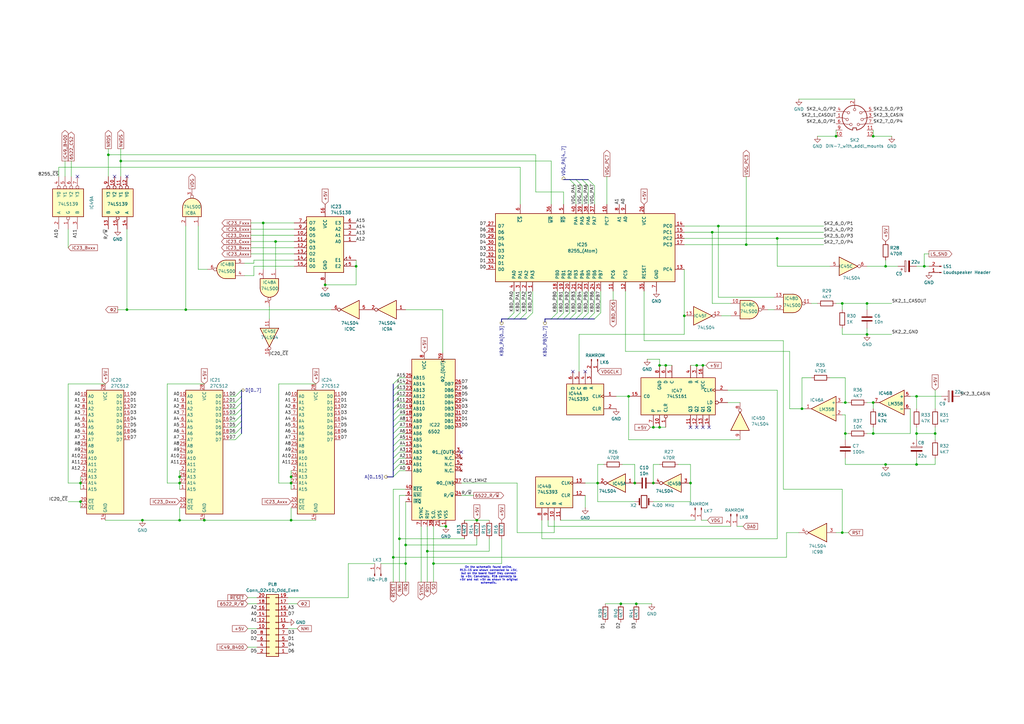
<source format=kicad_sch>
(kicad_sch (version 20231120) (generator "eeschema") (generator_version "8.0")
  (paper "A3")
  (lib_symbols
    (symbol "74xx:74LS00" (pin_names (offset 1.016))
      (property "Reference" "U" (at 0 1.27 0))
      (property "Value" "74LS00" (at 0 -1.27 0))
      (symbol "74LS00_1_1"
        (pin input line (at -7.62 2.54 0) (length 3.81) (name "~") (number "1"))
        (pin input line (at -7.62 -2.54 0) (length 3.81) (name "~") (number "2"))
        (pin output inverted (at 7.62 0 180) (length 3.81) (name "~") (number "3"))
      )
      (symbol "74LS00_1_2"
        (pin input inverted (at -7.62 2.54 0) (length 4.318) (name "~") (number "1"))
        (pin input inverted (at -7.62 -2.54 0) (length 4.318) (name "~") (number "2"))
        (pin output line (at 7.62 0 180) (length 3.81) (name "~") (number "3"))
      )
      (symbol "74LS00_2_1"
        (pin input line (at -7.62 2.54 0) (length 3.81) (name "~") (number "4"))
        (pin input line (at -7.62 -2.54 0) (length 3.81) (name "~") (number "5"))
        (pin output inverted (at 7.62 0 180) (length 3.81) (name "~") (number "6"))
      )
      (symbol "74LS00_2_2"
        (pin input inverted (at -7.62 2.54 0) (length 4.318) (name "~") (number "4"))
        (pin input inverted (at -7.62 -2.54 0) (length 4.318) (name "~") (number "5"))
        (pin output line (at 7.62 0 180) (length 3.81) (name "~") (number "6"))
      )
      (symbol "74LS00_3_1"
        (pin input line (at -7.62 -2.54 0) (length 3.81) (name "~") (number "10"))
        (pin output inverted (at 7.62 0 180) (length 3.81) (name "~") (number "8"))
        (pin input line (at -7.62 2.54 0) (length 3.81) (name "~") (number "9"))
      )
      (symbol "74LS00_3_2"
        (pin input inverted (at -7.62 -2.54 0) (length 4.318) (name "~") (number "10"))
        (pin output line (at 7.62 0 180) (length 3.81) (name "~") (number "8"))
        (pin input inverted (at -7.62 2.54 0) (length 4.318) (name "~") (number "9"))
      )
      (symbol "74LS00_4_1"
        (pin output inverted (at 7.62 0 180) (length 3.81) (name "~") (number "11"))
        (pin input line (at -7.62 2.54 0) (length 3.81) (name "~") (number "12"))
        (pin input line (at -7.62 -2.54 0) (length 3.81) (name "~") (number "13"))
      )
      (symbol "74LS00_4_2"
        (pin output line (at 7.62 0 180) (length 3.81) (name "~") (number "11"))
        (pin input inverted (at -7.62 2.54 0) (length 4.318) (name "~") (number "12"))
        (pin input inverted (at -7.62 -2.54 0) (length 4.318) (name "~") (number "13"))
      )
      (symbol "74LS00_5_0"
        (pin power_in line (at 0 12.7 270) (length 5.08) (name "VCC") (number "14"))
        (pin power_in line (at 0 -12.7 90) (length 5.08) (name "GND") (number "7"))
      )
    )
    (symbol "74xx:74LS04"
      (property "Reference" "U" (at 0 1.27 0))
      (property "Value" "74LS04" (at 0 -1.27 0))
      (symbol "74LS04_1_0"
        (pin input line (at -7.62 0 0) (length 3.81) (name "~") (number "1"))
        (pin output inverted (at 7.62 0 180) (length 3.81) (name "~") (number "2"))
      )
      (symbol "74LS04_2_0"
        (pin input line (at -7.62 0 0) (length 3.81) (name "~") (number "3"))
        (pin output inverted (at 7.62 0 180) (length 3.81) (name "~") (number "4"))
      )
      (symbol "74LS04_3_0"
        (pin input line (at -7.62 0 0) (length 3.81) (name "~") (number "5"))
        (pin output inverted (at 7.62 0 180) (length 3.81) (name "~") (number "6"))
      )
      (symbol "74LS04_4_0"
        (pin output inverted (at 7.62 0 180) (length 3.81) (name "~") (number "8"))
        (pin input line (at -7.62 0 0) (length 3.81) (name "~") (number "9"))
      )
      (symbol "74LS04_5_0"
        (pin output inverted (at 7.62 0 180) (length 3.81) (name "~") (number "10"))
        (pin input line (at -7.62 0 0) (length 3.81) (name "~") (number "11"))
      )
      (symbol "74LS04_6_0"
        (pin output inverted (at 7.62 0 180) (length 3.81) (name "~") (number "12"))
        (pin input line (at -7.62 0 0) (length 3.81) (name "~") (number "13"))
      )
      (symbol "74LS04_7_0"
        (pin power_in line (at 0 12.7 270) (length 5.08) (name "VCC") (number "14"))
        (pin power_in line (at 0 -12.7 90) (length 5.08) (name "GND") (number "7"))
      )
    )
    (symbol "Amplifier_Operational:LM358" (pin_names (offset 0.127))
      (property "Reference" "U" (at 0 5.08 0))
      (property "Value" "LM358" (at 0 -5.08 0))
      (symbol "LM358_1_1"
        (pin output line (at 7.62 0 180) (length 2.54) (name "~") (number "1"))
        (pin input line (at -7.62 -2.54 0) (length 2.54) (name "-") (number "2"))
        (pin input line (at -7.62 2.54 0) (length 2.54) (name "+") (number "3"))
      )
      (symbol "LM358_2_1"
        (pin input line (at -7.62 2.54 0) (length 2.54) (name "+") (number "5"))
        (pin input line (at -7.62 -2.54 0) (length 2.54) (name "-") (number "6"))
        (pin output line (at 7.62 0 180) (length 2.54) (name "~") (number "7"))
      )
      (symbol "LM358_3_1"
        (pin power_in line (at -2.54 -7.62 90) (length 3.81) (name "V-") (number "4"))
        (pin power_in line (at -2.54 7.62 270) (length 3.81) (name "V+") (number "8"))
      )
    )
    (symbol "Connector:Conn_01x02_Pin" (pin_names (offset 1.016) hide)
      (property "Reference" "J" (at 0 2.54 0))
      (property "Value" "Conn_01x02_Pin" (at 0 -5.08 0))
      (symbol "Conn_01x02_Pin_1_1"
        (pin passive line (at 5.08 0 180) (length 3.81) (name "Pin_1") (number "1"))
        (pin passive line (at 5.08 -2.54 180) (length 3.81) (name "Pin_2") (number "2"))
      )
    )
    (symbol "Connector_Generic:Conn_02x10_Odd_Even" (pin_names (offset 1.016) hide)
      (property "Reference" "J" (at 1.27 12.7 0))
      (property "Value" "Conn_02x10_Odd_Even" (at 1.27 -15.24 0))
      (symbol "Conn_02x10_Odd_Even_1_1"
        (pin passive line (at -5.08 10.16 0) (length 3.81) (name "Pin_1") (number "1"))
        (pin passive line (at 7.62 0 180) (length 3.81) (name "Pin_10") (number "10"))
        (pin passive line (at -5.08 -2.54 0) (length 3.81) (name "Pin_11") (number "11"))
        (pin passive line (at 7.62 -2.54 180) (length 3.81) (name "Pin_12") (number "12"))
        (pin passive line (at -5.08 -5.08 0) (length 3.81) (name "Pin_13") (number "13"))
        (pin passive line (at 7.62 -5.08 180) (length 3.81) (name "Pin_14") (number "14"))
        (pin passive line (at -5.08 -7.62 0) (length 3.81) (name "Pin_15") (number "15"))
        (pin passive line (at 7.62 -7.62 180) (length 3.81) (name "Pin_16") (number "16"))
        (pin passive line (at -5.08 -10.16 0) (length 3.81) (name "Pin_17") (number "17"))
        (pin passive line (at 7.62 -10.16 180) (length 3.81) (name "Pin_18") (number "18"))
        (pin passive line (at -5.08 -12.7 0) (length 3.81) (name "Pin_19") (number "19"))
        (pin passive line (at 7.62 10.16 180) (length 3.81) (name "Pin_2") (number "2"))
        (pin passive line (at 7.62 -12.7 180) (length 3.81) (name "Pin_20") (number "20"))
        (pin passive line (at -5.08 7.62 0) (length 3.81) (name "Pin_3") (number "3"))
        (pin passive line (at 7.62 7.62 180) (length 3.81) (name "Pin_4") (number "4"))
        (pin passive line (at -5.08 5.08 0) (length 3.81) (name "Pin_5") (number "5"))
        (pin passive line (at 7.62 5.08 180) (length 3.81) (name "Pin_6") (number "6"))
        (pin passive line (at -5.08 2.54 0) (length 3.81) (name "Pin_7") (number "7"))
        (pin passive line (at 7.62 2.54 180) (length 3.81) (name "Pin_8") (number "8"))
        (pin passive line (at -5.08 0 0) (length 3.81) (name "Pin_9") (number "9"))
      )
    )
    (symbol "Device:C" (pin_numbers hide) (pin_names (offset 0.254))
      (property "Reference" "C" (at 0.635 2.54 0))
      (property "Value" "C" (at 0.635 -2.54 0))
      (symbol "C_1_1"
        (pin passive line (at 0 3.81 270) (length 2.794) (name "~") (number "1"))
        (pin passive line (at 0 -3.81 90) (length 2.794) (name "~") (number "2"))
      )
    )
    (symbol "Device:C_Polarized" (pin_numbers hide) (pin_names (offset 0.254))
      (property "Reference" "C" (at 0.635 2.54 0))
      (property "Value" "C_Polarized" (at 0.635 -2.54 0))
      (symbol "C_Polarized_1_1"
        (pin passive line (at 0 3.81 270) (length 2.794) (name "~") (number "1"))
        (pin passive line (at 0 -3.81 90) (length 2.794) (name "~") (number "2"))
      )
    )
    (symbol "Device:Crystal" (pin_numbers hide) (pin_names (offset 1.016) hide)
      (property "Reference" "Y" (at 0 3.81 0))
      (property "Value" "Crystal" (at 0 -3.81 0))
      (symbol "Crystal_1_1"
        (pin passive line (at -3.81 0 0) (length 1.27) (name "1") (number "1"))
        (pin passive line (at 3.81 0 180) (length 1.27) (name "2") (number "2"))
      )
    )
    (symbol "Device:R" (pin_numbers hide) (pin_names (offset 0))
      (property "Reference" "R" (at 2.032 0 90))
      (property "Value" "R" (at 0 0 90))
      (symbol "R_1_1"
        (pin passive line (at 0 3.81 270) (length 1.27) (name "~") (number "1"))
        (pin passive line (at 0 -3.81 90) (length 1.27) (name "~") (number "2"))
      )
    )
    (symbol "John Atom Components:6502 CPU (Atom)"
      (property "Reference" "IC?" (at -1.016 7.62 0))
      (property "Value" "6502" (at -2.032 5.08 0))
      (symbol "6502 CPU (Atom)_1_0"
        (pin power_in line (at 2.54 -34.29 90) (length 2.54) (name "VSS") (number "21"))
        (pin output line (at -5.08 -34.29 90) (length 2.54) (name "SYNC") (number "7"))
      )
      (symbol "6502 CPU (Atom)_1_1"
        (pin power_in line (at 5.08 -34.29 90) (length 2.54) (name "VSS") (number "1"))
        (pin output line (at -11.43 -8.89 0) (length 2.54) (name "AB1") (number "10"))
        (pin output line (at -11.43 -6.35 0) (length 2.54) (name "AB2") (number "11"))
        (pin output line (at -11.43 -3.81 0) (length 2.54) (name "AB3") (number "12"))
        (pin output line (at -11.43 -1.27 0) (length 2.54) (name "AB4") (number "13"))
        (pin output line (at -11.43 1.27 0) (length 2.54) (name "AB5") (number "14"))
        (pin output line (at -11.43 3.81 0) (length 2.54) (name "AB6") (number "15"))
        (pin output line (at -11.43 6.35 0) (length 2.54) (name "AB7") (number "16"))
        (pin output line (at -11.43 8.89 0) (length 2.54) (name "AB8") (number "17"))
        (pin output line (at -11.43 11.43 0) (length 2.54) (name "AB9") (number "18"))
        (pin output line (at -11.43 13.97 0) (length 2.54) (name "AB10") (number "19"))
        (pin input line (at -2.54 -34.29 90) (length 2.54) (name "RDY") (number "2"))
        (pin output line (at -11.43 16.51 0) (length 2.54) (name "AB11") (number "20"))
        (pin output line (at -11.43 19.05 0) (length 2.54) (name "AB12") (number "22"))
        (pin output line (at -11.43 21.59 0) (length 2.54) (name "AB13") (number "23"))
        (pin output line (at -11.43 24.13 0) (length 2.54) (name "AB14") (number "24"))
        (pin output line (at -11.43 26.67 0) (length 2.54) (name "AB15") (number "25"))
        (pin bidirectional line (at 11.43 24.13 180) (length 2.54) (name "DB7") (number "26"))
        (pin bidirectional line (at 11.43 21.59 180) (length 2.54) (name "DB6") (number "27"))
        (pin bidirectional line (at 11.43 19.05 180) (length 2.54) (name "DB5") (number "28"))
        (pin bidirectional line (at 11.43 16.51 180) (length 2.54) (name "DB4") (number "29"))
        (pin output clock (at 11.43 -3.81 180) (length 2.54) (name "Φ1_(OUT)") (number "3"))
        (pin bidirectional line (at 11.43 13.97 180) (length 2.54) (name "DB3") (number "30"))
        (pin bidirectional line (at 11.43 11.43 180) (length 2.54) (name "DB2") (number "31"))
        (pin bidirectional line (at 11.43 8.89 180) (length 2.54) (name "DB1") (number "32"))
        (pin bidirectional line (at 11.43 6.35 180) (length 2.54) (name "DB0") (number "33"))
        (pin output line (at 11.43 -21.59 180) (length 2.54) (name "R/~{W}") (number "34"))
        (pin no_connect line (at 11.43 -11.43 180) (length 2.54) (name "N.C.") (number "35"))
        (pin no_connect line (at 11.43 -6.35 180) (length 2.54) (name "N.C.") (number "36"))
        (pin input clock (at 11.43 -16.51 180) (length 2.54) (name "Φ0_(IN)") (number "37"))
        (pin input line (at 0 -34.29 90) (length 2.54) (name "S.O.") (number "38"))
        (pin output clock (at 3.81 36.83 270) (length 2.54) (name "Φ2_(OUT)") (number "39"))
        (pin input line (at -11.43 -24.13 0) (length 2.54) (name "~{IRQ}") (number "4"))
        (pin input line (at -11.43 -19.05 0) (length 2.54) (name "~{RES}") (number "40"))
        (pin no_connect line (at 11.43 -8.89 180) (length 2.54) (name "N.C.") (number "5"))
        (pin input line (at -11.43 -21.59 0) (length 2.54) (name "~{NMI}") (number "6"))
        (pin power_in line (at -3.81 36.83 270) (length 2.54) (name "VCC") (number "8"))
        (pin output line (at -11.43 -11.43 0) (length 2.54) (name "AB0") (number "9"))
      )
    )
    (symbol "John Atom Components:74LS138_(Atom_Upper_16K_Mux)" (pin_names (offset 1.016))
      (property "Reference" "IC" (at -1.27 1.27 0))
      (property "Value" "74LS138" (at 1.27 -1.27 0))
      (symbol "74LS138_(Atom_Upper_16K_Mux)_1_0"
        (pin input line (at 12.7 1.27 180) (length 5.08) (name "A0") (number "1"))
        (pin output output_low (at -12.7 3.81 0) (length 5.08) (name "O5") (number "10"))
        (pin output output_low (at -12.7 1.27 0) (length 5.08) (name "O4") (number "11"))
        (pin output output_low (at -12.7 -1.27 0) (length 5.08) (name "O3") (number "12"))
        (pin output output_low (at -12.7 -3.81 0) (length 5.08) (name "O2") (number "13"))
        (pin output output_low (at -12.7 -6.35 0) (length 5.08) (name "O1") (number "14"))
        (pin output output_low (at -12.7 -8.89 0) (length 5.08) (name "O0") (number "15"))
        (pin power_in line (at 0 16.51 270) (length 5.08) (name "VCC") (number "16"))
        (pin input line (at 12.7 3.81 180) (length 5.08) (name "A1") (number "2"))
        (pin input line (at 12.7 6.35 180) (length 5.08) (name "A2") (number "3"))
        (pin input input_low (at 12.7 -6.35 180) (length 5.08) (name "E1") (number "4"))
        (pin input input_low (at 12.7 -8.89 180) (length 5.08) (name "E2") (number "5"))
        (pin input line (at 12.7 8.89 180) (length 5.08) (name "E3") (number "6"))
        (pin output output_low (at -12.7 8.89 0) (length 5.08) (name "O7") (number "7"))
        (pin power_in line (at 0 -16.51 90) (length 5.08) (name "GND") (number "8"))
        (pin output output_low (at -12.7 6.35 0) (length 5.08) (name "O6") (number "9"))
      )
    )
    (symbol "John Atom Components:74LS139_Atom" (pin_names (offset 1.016))
      (property "Reference" "IC" (at -3.175 0 0))
      (property "Value" "74LS139" (at 0 -1.905 0))
      (symbol "74LS139_Atom_1_0"
        (pin input inverted (at 0 -10.795 90) (length 5.08) (name "G") (number "1"))
        (pin input line (at -3.81 -10.795 90) (length 5.08) (name "A") (number "2"))
        (pin input line (at 3.81 -10.795 90) (length 5.08) (name "B") (number "3"))
        (pin output inverted (at -3.81 10.795 270) (length 5.08) (name "Y0") (number "4"))
        (pin output inverted (at -1.27 10.795 270) (length 5.08) (name "Y1") (number "5"))
        (pin output inverted (at 1.27 10.795 270) (length 5.08) (name "Y2") (number "6"))
        (pin output inverted (at 3.81 10.795 270) (length 5.08) (name "Y3") (number "7"))
      )
      (symbol "74LS139_Atom_2_0"
        (pin output inverted (at -1.27 10.795 270) (length 5.08) (name "Y2") (number "10"))
        (pin output inverted (at 1.27 10.795 270) (length 5.08) (name "Y1") (number "11"))
        (pin output inverted (at 3.81 10.795 270) (length 5.08) (name "Y0") (number "12"))
        (pin input line (at -3.81 -10.795 90) (length 5.08) (name "B") (number "13"))
        (pin input line (at 3.81 -10.795 90) (length 5.08) (name "A") (number "14"))
        (pin input inverted (at 0 -10.795 90) (length 5.08) (name "G") (number "15"))
        (pin output inverted (at -3.81 10.795 270) (length 5.08) (name "Y3") (number "9"))
      )
      (symbol "74LS139_Atom_3_0"
        (pin power_in line (at 0 12.7 270) (length 5.08) (name "VCC") (number "16"))
        (pin power_in line (at 0 -12.7 90) (length 5.08) (name "GND") (number "8"))
      )
    )
    (symbol "John Atom Components:74LS161_Atom" (pin_names (offset 1.016))
      (property "Reference" "U" (at 16.51 7.62 90))
      (property "Value" "74LS161_Atom" (at -2.54 -2.54 0))
      (symbol "74LS161_Atom_1_0"
        (pin input inverted (at -5.08 -12.7 90) (length 5.08) (name "CLR") (number "1"))
        (pin input line (at -7.62 -12.7 90) (length 5.08) (name "T") (number "10"))
        (pin output line (at 5.08 -12.7 90) (length 5.08) (name "Q3") (number "11"))
        (pin output line (at 7.62 -12.7 90) (length 5.08) (name "Q2") (number "12"))
        (pin output line (at 10.16 -12.7 90) (length 5.08) (name "Q1") (number "13"))
        (pin output line (at 12.7 -12.7 90) (length 5.08) (name "Q0") (number "14"))
        (pin output line (at -20.32 0 0) (length 5.08) (name "C0") (number "15"))
        (pin power_in line (at 10.16 12.7 270) (length 5.08) (name "VCC") (number "16"))
        (pin input clock (at 20.32 2.54 180) (length 5.08) (name "CLK") (number "2"))
        (pin input line (at 7.62 12.7 270) (length 5.08) (name "A") (number "3"))
        (pin input line (at 5.08 12.7 270) (length 5.08) (name "B") (number "4"))
        (pin input line (at -2.54 12.7 270) (length 5.08) (name "C") (number "5"))
        (pin input line (at -5.08 12.7 270) (length 5.08) (name "D") (number "6"))
        (pin input line (at -10.16 -12.7 90) (length 5.08) (name "P") (number "7"))
        (pin power_in line (at -7.62 12.7 270) (length 5.08) (name "GND") (number "8"))
        (pin input inverted (at 20.32 -2.54 180) (length 5.08) (name "LD") (number "9"))
      )
    )
    (symbol "John Atom Components:74LS393_Atom" (pin_names (offset 1.016))
      (property "Reference" "IC" (at -5.08 0 0))
      (property "Value" "74LS393" (at -2.54 -2.54 0))
      (symbol "74LS393_Atom_1_0"
        (pin input clock (at 12.7 0 180) (length 5.08) (name "CLK") (number "1"))
        (pin input line (at 12.7 -5.08 180) (length 5.08) (name "CLR") (number "2"))
        (pin output line (at 2.54 10.16 270) (length 5.08) (name "A") (number "3"))
        (pin output line (at 0 10.16 270) (length 5.08) (name "B") (number "4"))
        (pin output line (at -2.54 10.16 270) (length 5.08) (name "C") (number "5"))
        (pin output line (at -5.08 10.16 270) (length 5.08) (name "D") (number "6"))
      )
      (symbol "74LS393_Atom_2_0"
        (pin output line (at 0 -12.7 90) (length 5.08) (name "B") (number "10"))
        (pin output line (at 2.54 -12.7 90) (length 5.08) (name "A") (number "11"))
        (pin input line (at 12.7 -2.54 180) (length 5.08) (name "CLR") (number "12"))
        (pin input clock (at 12.7 2.54 180) (length 5.08) (name "CLK") (number "13"))
        (pin output line (at -5.08 -12.7 90) (length 5.08) (name "D") (number "8"))
        (pin output line (at -2.54 -12.7 90) (length 5.08) (name "C") (number "9"))
      )
      (symbol "74LS393_Atom_3_0"
        (pin power_in line (at 0 12.7 270) (length 5.08) (name "VCC") (number "14"))
        (pin power_in line (at 0 -12.7 90) (length 5.08) (name "GND") (number "7"))
      )
    )
    (symbol "John Atom Components:8255_(Atom)" (pin_names (offset 1.016))
      (property "Reference" "IC" (at -2.54 1.27 0))
      (property "Value" "8255_(Atom)" (at -3.81 -1.27 0))
      (symbol "8255_(Atom)_1_1"
        (pin bidirectional line (at -20.32 -19.05 90) (length 3.81) (name "PA3") (number "1"))
        (pin bidirectional line (at 10.16 16.51 270) (length 3.81) (name "PC7") (number "10"))
        (pin bidirectional line (at 12.7 -19.05 90) (length 3.81) (name "PC6") (number "11"))
        (pin bidirectional line (at 17.78 -19.05 90) (length 3.81) (name "PC5") (number "12"))
        (pin bidirectional line (at 41.91 -10.16 180) (length 3.81) (name "PC4") (number "13"))
        (pin bidirectional line (at 41.91 7.62 180) (length 3.81) (name "PC0") (number "14"))
        (pin bidirectional line (at 41.91 5.08 180) (length 3.81) (name "PC1") (number "15"))
        (pin bidirectional line (at 41.91 2.54 180) (length 3.81) (name "PC2") (number "16"))
        (pin bidirectional line (at 41.91 0 180) (length 3.81) (name "PC3") (number "17"))
        (pin bidirectional line (at -10.16 -19.05 90) (length 3.81) (name "PB0") (number "18"))
        (pin bidirectional line (at -7.62 -19.05 90) (length 3.81) (name "PB1") (number "19"))
        (pin bidirectional line (at -22.86 -19.05 90) (length 3.81) (name "PA2") (number "2"))
        (pin bidirectional line (at -5.08 -19.05 90) (length 3.81) (name "PB2") (number "20"))
        (pin bidirectional line (at -2.54 -19.05 90) (length 3.81) (name "PB3") (number "21"))
        (pin bidirectional line (at 0 -19.05 90) (length 3.81) (name "PB4") (number "22"))
        (pin bidirectional line (at 2.54 -19.05 90) (length 3.81) (name "PB5") (number "23"))
        (pin bidirectional line (at 5.08 -19.05 90) (length 3.81) (name "PB6") (number "24"))
        (pin bidirectional line (at 7.62 -19.05 90) (length 3.81) (name "PB7") (number "25"))
        (pin power_in line (at 25.4 16.51 270) (length 3.81) (name "VCC") (number "26"))
        (pin bidirectional line (at -39.37 7.62 0) (length 3.81) (name "D7") (number "27"))
        (pin bidirectional line (at -39.37 5.08 0) (length 3.81) (name "D6") (number "28"))
        (pin bidirectional line (at -39.37 2.54 0) (length 3.81) (name "D5") (number "29"))
        (pin bidirectional line (at -25.4 -19.05 90) (length 3.81) (name "PA1") (number "3"))
        (pin bidirectional line (at -39.37 0 0) (length 3.81) (name "D4") (number "30"))
        (pin bidirectional line (at -39.37 -2.54 0) (length 3.81) (name "D3") (number "31"))
        (pin bidirectional line (at -39.37 -5.08 0) (length 3.81) (name "D2") (number "32"))
        (pin bidirectional line (at -39.37 -7.62 0) (length 3.81) (name "D1") (number "33"))
        (pin bidirectional line (at -39.37 -10.16 0) (length 3.81) (name "D0") (number "34"))
        (pin input line (at 25.4 -19.05 90) (length 3.81) (name "RESET") (number "35"))
        (pin input line (at -12.7 16.51 270) (length 3.81) (name "~{WR}") (number "36"))
        (pin bidirectional line (at 5.08 16.51 270) (length 3.81) (name "PA7") (number "37"))
        (pin bidirectional line (at 2.54 16.51 270) (length 3.81) (name "PA6") (number "38"))
        (pin bidirectional line (at 0 16.51 270) (length 3.81) (name "PA5") (number "39"))
        (pin bidirectional line (at -27.94 -19.05 90) (length 3.81) (name "PA0") (number "4"))
        (pin bidirectional line (at -2.54 16.51 270) (length 3.81) (name "PA4") (number "40"))
        (pin input line (at -7.62 16.51 270) (length 3.81) (name "~{RD}") (number "5"))
        (pin input line (at -25.4 16.51 270) (length 3.81) (name "~{CS}") (number "6"))
        (pin power_in line (at 30.48 -19.05 90) (length 3.81) (name "GND") (number "7"))
        (pin input line (at 15.24 16.51 270) (length 3.81) (name "A1") (number "8"))
        (pin input line (at 17.78 16.51 270) (length 3.81) (name "A0") (number "9"))
      )
    )
    (symbol "John Components:DIN-7_with_addl_mounts" (pin_names (offset 1.016))
      (property "Reference" "PL4" (at 0.0001 -9.6425 0))
      (property "Value" "DIN-7_with_addl_mounts" (at 0.0001 -12.4176 0))
      (symbol "DIN-7_with_addl_mounts_1_1"
        (pin passive line (at -7.62 0 0) (length 2.54) (name "~") (number "1"))
        (pin passive line (at -7.62 -7.62 0) (length 2.54) (name "") (number "10"))
        (pin passive line (at 7.62 -5.08 180) (length 2.54) (name "") (number "11"))
        (pin passive line (at 7.62 -7.62 180) (length 2.54) (name "") (number "12"))
        (pin passive line (at 0 7.62 270) (length 2.54) (name "~") (number "2"))
        (pin passive line (at 7.62 0 180) (length 2.54) (name "~") (number "3"))
        (pin passive line (at -7.62 2.54 0) (length 2.54) (name "~") (number "4"))
        (pin passive line (at 7.62 2.54 180) (length 2.54) (name "~") (number "5"))
        (pin passive line (at -7.62 -2.54 0) (length 2.54) (name "~") (number "6"))
        (pin passive line (at 7.62 -2.54 180) (length 2.54) (name "~") (number "7"))
        (pin passive line (at -7.62 -5.08 0) (length 2.54) (name "") (number "9"))
      )
    )
    (symbol "Memory_EPROM:27C512"
      (property "Reference" "U" (at -7.62 26.67 0))
      (property "Value" "27C512" (at 2.54 -26.67 0))
      (symbol "27C512_1_1"
        (pin input line (at -10.16 -15.24 0) (length 2.54) (name "A15") (number "1"))
        (pin input line (at -10.16 22.86 0) (length 2.54) (name "A0") (number "10"))
        (pin tri_state line (at 10.16 22.86 180) (length 2.54) (name "D0") (number "11"))
        (pin tri_state line (at 10.16 20.32 180) (length 2.54) (name "D1") (number "12"))
        (pin tri_state line (at 10.16 17.78 180) (length 2.54) (name "D2") (number "13"))
        (pin power_in line (at 0 -27.94 90) (length 2.54) (name "GND") (number "14"))
        (pin tri_state line (at 10.16 15.24 180) (length 2.54) (name "D3") (number "15"))
        (pin tri_state line (at 10.16 12.7 180) (length 2.54) (name "D4") (number "16"))
        (pin tri_state line (at 10.16 10.16 180) (length 2.54) (name "D5") (number "17"))
        (pin tri_state line (at 10.16 7.62 180) (length 2.54) (name "D6") (number "18"))
        (pin tri_state line (at 10.16 5.08 180) (length 2.54) (name "D7") (number "19"))
        (pin input line (at -10.16 -7.62 0) (length 2.54) (name "A12") (number "2"))
        (pin input line (at -10.16 -20.32 0) (length 2.54) (name "~{CE}") (number "20"))
        (pin input line (at -10.16 -2.54 0) (length 2.54) (name "A10") (number "21"))
        (pin input line (at -10.16 -22.86 0) (length 2.54) (name "~{OE}") (number "22"))
        (pin input line (at -10.16 -5.08 0) (length 2.54) (name "A11") (number "23"))
        (pin input line (at -10.16 0 0) (length 2.54) (name "A9") (number "24"))
        (pin input line (at -10.16 2.54 0) (length 2.54) (name "A8") (number "25"))
        (pin input line (at -10.16 -10.16 0) (length 2.54) (name "A13") (number "26"))
        (pin input line (at -10.16 -12.7 0) (length 2.54) (name "A14") (number "27"))
        (pin power_in line (at 0 27.94 270) (length 2.54) (name "VCC") (number "28"))
        (pin input line (at -10.16 5.08 0) (length 2.54) (name "A7") (number "3"))
        (pin input line (at -10.16 7.62 0) (length 2.54) (name "A6") (number "4"))
        (pin input line (at -10.16 10.16 0) (length 2.54) (name "A5") (number "5"))
        (pin input line (at -10.16 12.7 0) (length 2.54) (name "A4") (number "6"))
        (pin input line (at -10.16 15.24 0) (length 2.54) (name "A3") (number "7"))
        (pin input line (at -10.16 17.78 0) (length 2.54) (name "A2") (number "8"))
        (pin input line (at -10.16 20.32 0) (length 2.54) (name "A1") (number "9"))
      )
    )
    (symbol "power:GND" (power) (pin_numbers hide) (pin_names (offset 0) hide)
      (property "Value" "GND" (at 0 -3.81 0))
      (symbol "GND_1_1"
        (pin power_in line (at 0 0 270) (length 0) (name "~") (number "1"))
      )
    )
  )
  (junction (at 342.9 55.88))
  (junction (at 175.26 226.06))
  (junction (at 76.2 127))
  (junction (at 73.66 213.36))
  (junction (at 73.66 195.58))
  (junction (at 270.51 175.26))
  (junction (at 280.67 129.54))
  (junction (at 375.92 190.5))
  (junction (at 285.75 149.86))
  (junction (at 383.54 177.8))
  (junction (at 107.95 91.44))
  (junction (at 83.82 213.36))
  (junction (at 245.11 198.12))
  (junction (at 119.38 213.36))
  (junction (at 58.42 213.36))
  (junction (at 166.37 231.14))
  (junction (at 346.71 177.8))
  (junction (at 375.92 177.8))
  (junction (at 119.38 198.12))
  (junction (at 358.14 165.1))
  (junction (at 52.07 127))
  (junction (at 358.14 177.8))
  (junction (at 146.05 109.22))
  (junction (at 270.51 149.86))
  (junction (at 346.71 165.1))
  (junction (at 73.66 198.12))
  (junction (at 306.07 100.33))
  (junction (at 182.88 215.9))
  (junction (at 273.05 149.86))
  (junction (at 177.8 231.14))
  (junction (at 294.64 92.71))
  (junction (at 318.77 97.79))
  (junction (at 257.81 162.56))
  (junction (at 133.35 116.84))
  (junction (at 33.02 198.12))
  (junction (at 283.21 198.12))
  (junction (at 345.44 124.46))
  (junction (at 267.97 175.26))
  (junction (at 161.29 228.6))
  (junction (at 358.14 55.88))
  (junction (at 355.6 124.46))
  (junction (at 375.92 162.56))
  (junction (at 260.35 198.12))
  (junction (at 163.83 220.98))
  (junction (at 113.03 99.06))
  (junction (at 379.095 109.22))
  (junction (at 119.38 195.58))
  (junction (at 44.45 63.5))
  (junction (at 33.02 205.74))
  (junction (at 363.22 190.5))
  (junction (at 288.29 149.86))
  (junction (at 355.6 137.16))
  (junction (at 260.985 247.65))
  (junction (at 267.97 198.12))
  (junction (at 345.44 218.44))
  (junction (at 254.635 247.65))
  (junction (at 292.1 95.25))
  (junction (at 166.37 223.52))
  (junction (at 49.53 66.04))
  (junction (at 328.93 167.64))
  (junction (at 195.58 213.36))
  (junction (at 363.22 109.22))
  (no_connect (at 189.23 185.42))
  (no_connect (at 240.03 152.4))
  (no_connect (at 288.29 175.26))
  (no_connect (at 234.95 152.4))
  (no_connect (at 46.99 72.39))
  (no_connect (at 285.75 175.26))
  (no_connect (at 290.83 175.26))
  (no_connect (at 283.21 175.26))
  (no_connect (at 31.75 72.39))
  (no_connect (at 52.07 72.39))
  (bus_entry (at 226.06 130.81) (size 2.54 -2.54))
  (bus_entry (at 238.76 130.81) (size 2.54 -2.54))
  (bus_entry (at 161.29 180.34) (size 2.54 -2.54))
  (bus_entry (at 161.29 175.26) (size 2.54 -2.54))
  (bus_entry (at 236.22 130.81) (size 2.54 -2.54))
  (bus_entry (at 161.29 182.88) (size 2.54 -2.54))
  (bus_entry (at 99.06 175.26) (size -2.54 2.54))
  (bus_entry (at 161.29 167.64) (size 2.54 -2.54))
  (bus_entry (at 208.28 130.81) (size 2.54 -2.54))
  (bus_entry (at 99.06 162.56) (size -2.54 2.54))
  (bus_entry (at 233.68 73.66) (size 2.54 2.54))
  (bus_entry (at 231.14 130.81) (size 2.54 -2.54))
  (bus_entry (at 238.76 73.66) (size 2.54 2.54))
  (bus_entry (at 99.06 167.64) (size -2.54 2.54))
  (bus_entry (at 99.06 165.1) (size -2.54 2.54))
  (bus_entry (at 210.82 130.81) (size 2.54 -2.54))
  (bus_entry (at 99.06 177.8) (size -2.54 2.54))
  (bus_entry (at 233.68 130.81) (size 2.54 -2.54))
  (bus_entry (at 161.29 185.42) (size 2.54 -2.54))
  (bus_entry (at 161.29 195.58) (size 2.54 -2.54))
  (bus_entry (at 161.29 177.8) (size 2.54 -2.54))
  (bus_entry (at 99.06 170.18) (size -2.54 2.54))
  (bus_entry (at 161.29 193.04) (size 2.54 -2.54))
  (bus_entry (at 161.29 165.1) (size 2.54 -2.54))
  (bus_entry (at 99.06 172.72) (size -2.54 2.54))
  (bus_entry (at 213.36 130.81) (size 2.54 -2.54))
  (bus_entry (at 241.3 130.81) (size 2.54 -2.54))
  (bus_entry (at 228.6 130.81) (size 2.54 -2.54))
  (bus_entry (at 161.29 190.5) (size 2.54 -2.54))
  (bus_entry (at 161.29 160.02) (size 2.54 -2.54))
  (bus_entry (at 161.29 157.48) (size 2.54 -2.54))
  (bus_entry (at 215.9 130.81) (size 2.54 -2.54))
  (bus_entry (at 241.3 73.66) (size 2.54 2.54))
  (bus_entry (at 161.29 170.18) (size 2.54 -2.54))
  (bus_entry (at 161.29 162.56) (size 2.54 -2.54))
  (bus_entry (at 243.84 130.81) (size 2.54 -2.54))
  (bus_entry (at 161.29 172.72) (size 2.54 -2.54))
  (bus_entry (at 236.22 73.66) (size 2.54 2.54))
  (bus_entry (at 161.29 187.96) (size 2.54 -2.54))
  (bus_entry (at 99.06 160.02) (size -2.54 2.54))
  (wire (pts (xy 118.11 257.81) (xy 121.92 257.81)))
  (wire (pts (xy 163.83 238.76) (xy 163.83 220.98)))
  (wire (pts (xy 110.49 125.73) (xy 110.49 130.81)))
  (wire (pts (xy 322.58 228.6) (xy 322.58 218.44)))
  (wire (pts (xy 280.67 137.16) (xy 280.67 129.54)))
  (wire (pts (xy 346.71 187.96) (xy 346.71 190.5)))
  (wire (pts (xy 101.6 265.43) (xy 105.41 265.43)))
  (wire (pts (xy 375.92 187.96) (xy 375.92 190.5)))
  (wire (pts (xy 283.21 198.12) (xy 283.21 205.74)))
  (wire (pts (xy 327.66 40.64) (xy 350.52 40.64)))
  (bus (pts (xy 99.06 175.26) (xy 99.06 172.72)))
  (wire (pts (xy 142.875 231.14) (xy 142.875 245.11)))
  (wire (pts (xy 379.095 109.22) (xy 381 109.22)))
  (wire (pts (xy 332.74 154.94) (xy 328.93 154.94)))
  (wire (pts (xy 280.67 100.33) (xy 306.07 100.33)))
  (wire (pts (xy 256.54 119.38) (xy 256.54 144.145)))
  (wire (pts (xy 156.21 231.14) (xy 166.37 231.14)))
  (wire (pts (xy 358.14 175.26) (xy 358.14 177.8)))
  (bus (pts (xy 210.82 130.81) (xy 208.28 130.81)))
  (bus (pts (xy 243.84 130.81) (xy 241.3 130.81)))
  (bus (pts (xy 161.29 180.34) (xy 161.29 182.88)))
  (wire (pts (xy 175.26 238.76) (xy 175.26 226.06)))
  (wire (pts (xy 292.1 95.25) (xy 292.1 124.46)))
  (wire (pts (xy 231.14 119.38) (xy 231.14 128.27)))
  (wire (pts (xy 114.3 198.12) (xy 114.3 157.48)))
  (wire (pts (xy 166.37 231.14) (xy 166.37 223.52)))
  (wire (pts (xy 363.22 106.68) (xy 363.22 109.22)))
  (wire (pts (xy 283.21 190.5) (xy 283.21 198.12)))
  (bus (pts (xy 226.06 130.81) (xy 223.52 130.81)))
  (wire (pts (xy 345.44 200.66) (xy 321.31 200.66)))
  (wire (pts (xy 332.74 124.46) (xy 335.28 124.46)))
  (wire (pts (xy 104.14 113.03) (xy 104.14 109.22)))
  (wire (pts (xy 118.11 247.65) (xy 121.92 247.65)))
  (wire (pts (xy 335.28 55.88) (xy 342.9 55.88)))
  (wire (pts (xy 104.14 109.22) (xy 120.65 109.22)))
  (wire (pts (xy 163.83 157.48) (xy 166.37 157.48)))
  (wire (pts (xy 342.9 124.46) (xy 345.44 124.46)))
  (wire (pts (xy 102.87 104.14) (xy 120.65 104.14)))
  (wire (pts (xy 306.07 72.39) (xy 306.07 100.33)))
  (wire (pts (xy 163.83 172.72) (xy 166.37 172.72)))
  (wire (pts (xy 107.95 91.44) (xy 107.95 110.49)))
  (wire (pts (xy 292.1 95.25) (xy 337.82 95.25)))
  (wire (pts (xy 346.71 177.8) (xy 346.71 170.18)))
  (wire (pts (xy 236.22 119.38) (xy 236.22 128.27)))
  (wire (pts (xy 163.83 165.1) (xy 166.37 165.1)))
  (bus (pts (xy 161.29 165.1) (xy 161.29 167.64)))
  (wire (pts (xy 287.655 213.36) (xy 290.195 213.36)))
  (wire (pts (xy 212.09 198.12) (xy 189.23 198.12)))
  (wire (pts (xy 153.67 231.14) (xy 142.875 231.14)))
  (bus (pts (xy 231.14 130.81) (xy 228.6 130.81)))
  (wire (pts (xy 96.52 170.18) (xy 93.98 170.18)))
  (wire (pts (xy 177.8 215.9) (xy 177.8 231.14)))
  (wire (pts (xy 358.14 177.8) (xy 355.6 177.8)))
  (wire (pts (xy 355.6 124.46) (xy 355.6 127)))
  (wire (pts (xy 163.83 177.8) (xy 166.37 177.8)))
  (wire (pts (xy 266.7 175.26) (xy 267.97 175.26)))
  (wire (pts (xy 163.83 180.34) (xy 166.37 180.34)))
  (wire (pts (xy 278.13 190.5) (xy 283.21 190.5)))
  (wire (pts (xy 363.22 190.5) (xy 375.92 190.5)))
  (wire (pts (xy 298.45 160.02) (xy 318.77 160.02)))
  (bus (pts (xy 99.06 162.56) (xy 99.06 160.02)))
  (wire (pts (xy 161.29 228.6) (xy 322.58 228.6)))
  (wire (pts (xy 104.14 113.03) (xy 100.33 113.03)))
  (wire (pts (xy 355.6 165.1) (xy 358.14 165.1)))
  (wire (pts (xy 243.84 119.38) (xy 243.84 128.27)))
  (wire (pts (xy 96.52 165.1) (xy 93.98 165.1)))
  (wire (pts (xy 104.14 106.68) (xy 120.65 106.68)))
  (bus (pts (xy 161.29 175.26) (xy 161.29 177.8)))
  (wire (pts (xy 163.83 154.94) (xy 166.37 154.94)))
  (wire (pts (xy 280.67 129.54) (xy 280.67 110.49)))
  (wire (pts (xy 233.68 119.38) (xy 233.68 128.27)))
  (wire (pts (xy 113.03 99.06) (xy 120.65 99.06)))
  (wire (pts (xy 163.83 187.96) (xy 166.37 187.96)))
  (wire (pts (xy 44.45 63.5) (xy 44.45 72.39)))
  (wire (pts (xy 237.49 152.4) (xy 237.49 137.16)))
  (wire (pts (xy 175.26 226.06) (xy 200.66 226.06)))
  (wire (pts (xy 163.83 190.5) (xy 166.37 190.5)))
  (wire (pts (xy 314.96 127) (xy 317.5 127)))
  (wire (pts (xy 236.22 83.82) (xy 236.22 76.2)))
  (wire (pts (xy 243.84 76.2) (xy 243.84 83.82)))
  (wire (pts (xy 264.16 139.7) (xy 321.31 139.7)))
  (bus (pts (xy 161.29 190.5) (xy 161.29 193.04)))
  (wire (pts (xy 322.58 218.44) (xy 327.66 218.44)))
  (wire (pts (xy 345.44 165.1) (xy 346.71 165.1)))
  (wire (pts (xy 76.2 92.71) (xy 76.2 127)))
  (bus (pts (xy 236.22 73.66) (xy 238.76 73.66)))
  (wire (pts (xy 295.91 129.54) (xy 299.72 129.54)))
  (wire (pts (xy 73.66 208.28) (xy 73.66 213.36)))
  (wire (pts (xy 49.53 66.04) (xy 226.06 66.04)))
  (wire (pts (xy 238.76 76.2) (xy 238.76 83.82)))
  (wire (pts (xy 166.37 223.52) (xy 166.37 205.74)))
  (wire (pts (xy 238.76 119.38) (xy 238.76 128.27)))
  (wire (pts (xy 340.36 109.22) (xy 318.77 109.22)))
  (wire (pts (xy 166.37 238.76) (xy 166.37 231.14)))
  (wire (pts (xy 43.18 157.48) (xy 27.94 157.48)))
  (wire (pts (xy 33.02 195.58) (xy 33.02 198.12)))
  (wire (pts (xy 342.9 218.44) (xy 345.44 218.44)))
  (bus (pts (xy 161.29 182.88) (xy 161.29 185.42)))
  (wire (pts (xy 24.13 72.39) (xy 24.13 68.58)))
  (wire (pts (xy 345.44 218.44) (xy 347.98 218.44)))
  (bus (pts (xy 99.06 165.1) (xy 99.06 162.56)))
  (wire (pts (xy 213.36 119.38) (xy 213.36 128.27)))
  (bus (pts (xy 161.29 193.04) (xy 161.29 195.58)))
  (wire (pts (xy 318.77 220.98) (xy 318.77 160.02)))
  (wire (pts (xy 73.66 195.58) (xy 73.66 198.12)))
  (wire (pts (xy 73.66 213.36) (xy 83.82 213.36)))
  (wire (pts (xy 345.44 137.16) (xy 355.6 137.16)))
  (wire (pts (xy 96.52 177.8) (xy 93.98 177.8)))
  (wire (pts (xy 104.14 107.95) (xy 104.14 106.68)))
  (wire (pts (xy 101.6 247.65) (xy 105.41 247.65)))
  (wire (pts (xy 163.83 182.88) (xy 166.37 182.88)))
  (wire (pts (xy 177.8 238.76) (xy 177.8 231.14)))
  (wire (pts (xy 163.83 185.42) (xy 166.37 185.42)))
  (wire (pts (xy 381 104.14) (xy 379.095 104.14)))
  (wire (pts (xy 342.9 55.88) (xy 342.9 53.34)))
  (wire (pts (xy 241.3 76.2) (xy 241.3 83.82)))
  (wire (pts (xy 161.29 200.66) (xy 161.29 228.6)))
  (wire (pts (xy 294.64 121.92) (xy 317.5 121.92)))
  (wire (pts (xy 373.38 177.8) (xy 358.14 177.8)))
  (wire (pts (xy 96.52 172.72) (xy 93.98 172.72)))
  (wire (pts (xy 119.38 213.36) (xy 129.54 213.36)))
  (wire (pts (xy 177.8 231.14) (xy 205.74 231.14)))
  (wire (pts (xy 363.22 109.22) (xy 368.3 109.22)))
  (bus (pts (xy 161.29 157.48) (xy 161.29 160.02)))
  (wire (pts (xy 280.67 97.79) (xy 318.77 97.79)))
  (wire (pts (xy 135.89 127) (xy 76.2 127)))
  (bus (pts (xy 161.29 187.96) (xy 161.29 190.5)))
  (wire (pts (xy 383.54 160.02) (xy 383.54 167.64)))
  (wire (pts (xy 292.1 124.46) (xy 299.72 124.46)))
  (wire (pts (xy 383.54 190.5) (xy 383.54 187.96)))
  (wire (pts (xy 102.87 93.98) (xy 120.65 93.98)))
  (wire (pts (xy 102.87 96.52) (xy 120.65 96.52)))
  (wire (pts (xy 195.58 213.36) (xy 200.66 213.36)))
  (wire (pts (xy 81.28 110.49) (xy 85.09 110.49)))
  (bus (pts (xy 99.06 172.72) (xy 99.06 170.18)))
  (wire (pts (xy 346.71 177.8) (xy 346.71 180.34)))
  (wire (pts (xy 373.38 167.64) (xy 373.38 177.8)))
  (wire (pts (xy 285.115 213.36) (xy 229.87 213.36)))
  (wire (pts (xy 318.77 97.79) (xy 337.82 97.79)))
  (wire (pts (xy 228.6 119.38) (xy 228.6 128.27)))
  (wire (pts (xy 102.87 101.6) (xy 120.65 101.6)))
  (wire (pts (xy 96.52 162.56) (xy 93.98 162.56)))
  (wire (pts (xy 218.44 119.38) (xy 218.44 128.27)))
  (wire (pts (xy 240.03 198.12) (xy 245.11 198.12)))
  (bus (pts (xy 236.22 130.81) (xy 233.68 130.81)))
  (wire (pts (xy 52.07 127) (xy 76.2 127)))
  (wire (pts (xy 24.13 68.58) (xy 213.36 68.58)))
  (wire (pts (xy 58.42 213.36) (xy 73.66 213.36)))
  (wire (pts (xy 195.58 220.98) (xy 195.58 223.52)))
  (wire (pts (xy 83.82 213.36) (xy 119.38 213.36)))
  (wire (pts (xy 355.6 137.16) (xy 365.76 137.16)))
  (wire (pts (xy 68.58 198.12) (xy 73.66 198.12)))
  (bus (pts (xy 205.74 130.81) (xy 205.74 132.08)))
  (wire (pts (xy 270.51 175.26) (xy 273.05 175.26)))
  (wire (pts (xy 340.36 154.94) (xy 346.71 154.94)))
  (wire (pts (xy 222.25 220.98) (xy 318.77 220.98)))
  (wire (pts (xy 245.11 198.12) (xy 245.11 205.74)))
  (wire (pts (xy 264.16 119.38) (xy 264.16 139.7)))
  (wire (pts (xy 163.83 162.56) (xy 166.37 162.56)))
  (wire (pts (xy 96.52 175.26) (xy 93.98 175.26)))
  (wire (pts (xy 181.61 127) (xy 181.61 144.78)))
  (bus (pts (xy 161.29 185.42) (xy 161.29 187.96)))
  (wire (pts (xy 252.73 162.56) (xy 257.81 162.56)))
  (wire (pts (xy 355.6 137.16) (xy 355.6 134.62)))
  (wire (pts (xy 119.38 198.12) (xy 119.38 200.66)))
  (wire (pts (xy 347.98 177.8) (xy 346.71 177.8)))
  (bus (pts (xy 161.29 170.18) (xy 161.29 172.72)))
  (wire (pts (xy 240.03 203.2) (xy 240.03 208.28)))
  (wire (pts (xy 27.94 157.48) (xy 27.94 198.12)))
  (bus (pts (xy 215.9 130.81) (xy 213.36 130.81)))
  (wire (pts (xy 323.85 167.64) (xy 328.93 167.64)))
  (wire (pts (xy 26.67 66.04) (xy 26.67 72.39)))
  (wire (pts (xy 285.75 149.86) (xy 288.29 149.86)))
  (wire (pts (xy 119.38 193.04) (xy 119.38 195.58)))
  (wire (pts (xy 114.3 198.12) (xy 119.38 198.12)))
  (bus (pts (xy 223.52 130.81) (xy 223.52 132.08)))
  (bus (pts (xy 238.76 73.66) (xy 241.3 73.66)))
  (wire (pts (xy 306.07 100.33) (xy 337.82 100.33)))
  (bus (pts (xy 161.29 162.56) (xy 161.29 165.1)))
  (wire (pts (xy 114.3 157.48) (xy 129.54 157.48)))
  (wire (pts (xy 283.21 149.86) (xy 285.75 149.86)))
  (wire (pts (xy 96.52 180.34) (xy 93.98 180.34)))
  (wire (pts (xy 231.14 83.82) (xy 231.14 78.74)))
  (wire (pts (xy 52.07 127) (xy 52.07 93.98)))
  (wire (pts (xy 161.29 238.76) (xy 161.29 228.6)))
  (bus (pts (xy 99.06 167.64) (xy 99.06 165.1)))
  (bus (pts (xy 228.6 130.81) (xy 226.06 130.81)))
  (wire (pts (xy 27.94 101.6) (xy 27.94 93.98)))
  (wire (pts (xy 375.92 177.8) (xy 375.92 180.34)))
  (wire (pts (xy 294.64 92.71) (xy 337.82 92.71)))
  (wire (pts (xy 257.81 180.34) (xy 257.81 162.56)))
  (bus (pts (xy 99.06 177.8) (xy 99.06 175.26)))
  (bus (pts (xy 231.14 73.66) (xy 233.68 73.66)))
  (bus (pts (xy 161.29 167.64) (xy 161.29 170.18)))
  (wire (pts (xy 321.31 200.66) (xy 321.31 139.7)))
  (wire (pts (xy 245.11 190.5) (xy 245.11 198.12)))
  (wire (pts (xy 27.94 198.12) (xy 33.02 198.12)))
  (bus (pts (xy 233.68 130.81) (xy 231.14 130.81)))
  (wire (pts (xy 383.54 177.8) (xy 383.54 180.34)))
  (wire (pts (xy 260.35 190.5) (xy 260.35 198.12)))
  (wire (pts (xy 190.5 220.98) (xy 163.83 220.98)))
  (wire (pts (xy 303.53 180.34) (xy 257.81 180.34)))
  (wire (pts (xy 345.44 124.46) (xy 345.44 127)))
  (wire (pts (xy 245.11 205.74) (xy 260.35 205.74)))
  (wire (pts (xy 227.33 218.44) (xy 212.09 218.44)))
  (wire (pts (xy 215.9 119.38) (xy 215.9 128.27)))
  (wire (pts (xy 213.36 68.58) (xy 213.36 83.82)))
  (wire (pts (xy 73.66 198.12) (xy 73.66 200.66)))
  (wire (pts (xy 222.25 213.36) (xy 222.25 220.98)))
  (bus (pts (xy 99.06 170.18) (xy 99.06 167.64)))
  (wire (pts (xy 224.79 215.9) (xy 224.79 213.36)))
  (wire (pts (xy 180.34 215.9) (xy 182.88 215.9)))
  (wire (pts (xy 49.53 66.04) (xy 49.53 72.39)))
  (wire (pts (xy 248.285 247.65) (xy 254.635 247.65)))
  (wire (pts (xy 345.44 134.62) (xy 345.44 137.16)))
  (wire (pts (xy 260.985 247.65) (xy 267.335 247.65)))
  (wire (pts (xy 81.28 92.71) (xy 81.28 110.49)))
  (wire (pts (xy 226.06 66.04) (xy 226.06 83.82)))
  (wire (pts (xy 323.85 144.145) (xy 323.85 167.64)))
  (wire (pts (xy 163.83 170.18) (xy 166.37 170.18)))
  (wire (pts (xy 119.38 195.58) (xy 119.38 198.12)))
  (wire (pts (xy 107.95 91.44) (xy 120.65 91.44)))
  (wire (pts (xy 345.44 124.46) (xy 355.6 124.46)))
  (wire (pts (xy 190.5 213.36) (xy 195.58 213.36)))
  (wire (pts (xy 383.54 177.8) (xy 383.54 175.26)))
  (wire (pts (xy 255.27 190.5) (xy 260.35 190.5)))
  (wire (pts (xy 49.53 60.96) (xy 49.53 66.04)))
  (wire (pts (xy 328.93 154.94) (xy 328.93 167.64)))
  (wire (pts (xy 302.26 215.9) (xy 304.8 215.9)))
  (bus (pts (xy 213.36 130.81) (xy 210.82 130.81)))
  (bus (pts (xy 205.74 130.81) (xy 208.28 130.81)))
  (wire (pts (xy 146.05 106.68) (xy 146.05 109.22)))
  (wire (pts (xy 280.67 95.25) (xy 292.1 95.25)))
  (wire (pts (xy 247.65 190.5) (xy 245.11 190.5)))
  (wire (pts (xy 265.43 147.32) (xy 270.51 147.32)))
  (wire (pts (xy 166.37 127) (xy 181.61 127)))
  (wire (pts (xy 219.71 78.74) (xy 219.71 63.5)))
  (wire (pts (xy 346.71 154.94) (xy 346.71 165.1)))
  (wire (pts (xy 68.58 198.12) (xy 68.58 157.48)))
  (wire (pts (xy 163.83 167.64) (xy 166.37 167.64)))
  (wire (pts (xy 375.92 109.22) (xy 379.095 109.22)))
  (wire (pts (xy 102.87 91.44) (xy 107.95 91.44)))
  (wire (pts (xy 48.26 127) (xy 52.07 127)))
  (wire (pts (xy 251.46 119.38) (xy 251.46 123.19)))
  (wire (pts (xy 386.08 162.56) (xy 375.92 162.56)))
  (wire (pts (xy 254.635 247.65) (xy 260.985 247.65)))
  (wire (pts (xy 270.51 147.32) (xy 270.51 149.86)))
  (bus (pts (xy 161.29 172.72) (xy 161.29 175.26)))
  (wire (pts (xy 280.67 92.71) (xy 294.64 92.71)))
  (wire (pts (xy 146.05 116.84) (xy 133.35 116.84)))
  (wire (pts (xy 270.51 190.5) (xy 267.97 190.5)))
  (wire (pts (xy 146.05 109.22) (xy 146.05 116.84)))
  (wire (pts (xy 219.71 63.5) (xy 44.45 63.5)))
  (wire (pts (xy 318.77 109.22) (xy 318.77 97.79)))
  (wire (pts (xy 163.83 203.2) (xy 166.37 203.2)))
  (wire (pts (xy 246.38 119.38) (xy 246.38 128.27)))
  (wire (pts (xy 355.6 124.46) (xy 365.76 124.46)))
  (wire (pts (xy 163.83 220.98) (xy 163.83 203.2)))
  (wire (pts (xy 175.26 215.9) (xy 175.26 226.06)))
  (wire (pts (xy 346.71 165.1) (xy 347.98 165.1)))
  (wire (pts (xy 44.45 60.96) (xy 44.45 63.5)))
  (wire (pts (xy 270.51 149.86) (xy 273.05 149.86)))
  (bus (pts (xy 233.68 73.66) (xy 236.22 73.66)))
  (wire (pts (xy 189.23 203.2) (xy 194.31 203.2)))
  (wire (pts (xy 212.09 218.44) (xy 212.09 198.12)))
  (wire (pts (xy 195.58 223.52) (xy 166.37 223.52)))
  (wire (pts (xy 375.92 177.8) (xy 383.54 177.8)))
  (wire (pts (xy 379.095 104.14) (xy 379.095 109.22)))
  (wire (pts (xy 346.71 190.5) (xy 363.22 190.5)))
  (wire (pts (xy 241.3 119.38) (xy 241.3 128.27)))
  (wire (pts (xy 73.66 193.04) (xy 73.66 195.58)))
  (bus (pts (xy 158.75 195.58) (xy 161.29 195.58)))
  (wire (pts (xy 248.92 72.39) (xy 248.92 83.82)))
  (wire (pts (xy 68.58 157.48) (xy 83.82 157.48)))
  (wire (pts (xy 365.76 55.88) (xy 358.14 55.88)))
  (wire (pts (xy 113.03 99.06) (xy 113.03 110.49)))
  (wire (pts (xy 345.44 218.44) (xy 345.44 200.66)))
  (wire (pts (xy 200.66 226.06) (xy 200.66 220.98)))
  (bus (pts (xy 241.3 130.81) (xy 238.76 130.81)))
  (wire (pts (xy 100.33 107.95) (xy 104.14 107.95)))
  (wire (pts (xy 273.05 149.86) (xy 275.59 149.86)))
  (wire (pts (xy 101.6 245.11) (xy 105.41 245.11)))
  (wire (pts (xy 163.83 193.04) (xy 166.37 193.04)))
  (wire (pts (xy 29.21 66.04) (xy 29.21 72.39)))
  (wire (pts (xy 283.21 205.74) (xy 267.97 205.74)))
  (bus (pts (xy 161.29 177.8) (xy 161.29 180.34)))
  (wire (pts (xy 163.83 175.26) (xy 166.37 175.26)))
  (wire (pts (xy 163.83 160.02) (xy 166.37 160.02)))
  (wire (pts (xy 256.54 144.145) (xy 323.85 144.145)))
  (wire (pts (xy 27.94 205.74) (xy 33.02 205.74)))
  (wire (pts (xy 328.93 167.64) (xy 330.2 167.64)))
  (wire (pts (xy 96.52 167.64) (xy 93.98 167.64)))
  (bus (pts (xy 238.76 130.81) (xy 236.22 130.81)))
  (wire (pts (xy 294.64 92.71) (xy 294.64 121.92)))
  (wire (pts (xy 267.97 175.26) (xy 270.51 175.26)))
  (wire (pts (xy 43.18 213.36) (xy 58.42 213.36)))
  (wire (pts (xy 101.6 257.81) (xy 105.41 257.81)))
  (wire (pts (xy 373.38 162.56) (xy 375.92 162.56)))
  (wire (pts (xy 33.02 198.12) (xy 33.02 200.66)))
  (wire (pts (xy 231.14 78.74) (xy 219.71 78.74)))
  (wire (pts (xy 375.92 190.5) (xy 383.54 190.5)))
  (wire (pts (xy 358.14 165.1) (xy 358.14 167.64)))
  (wire (pts (xy 358.14 55.88) (xy 358.14 53.34)))
  (wire (pts (xy 346.71 170.18) (xy 345.44 170.18)))
  (wire (pts (xy 298.45 165.1) (xy 303.53 165.1)))
  (wire (pts (xy 119.38 208.28) (xy 119.38 213.36)))
  (wire (pts (xy 210.82 119.38) (xy 210.82 128.27)))
  (wire (pts (xy 363.22 109.22) (xy 355.6 109.22)))
  (wire (pts (xy 375.92 162.56) (xy 375.92 167.64)))
  (wire (pts (xy 267.97 190.5) (xy 267.97 198.12)))
  (wire (pts (xy 299.72 215.9) (xy 224.79 215.9)))
  (wire (pts (xy 33.02 205.74) (xy 33.02 208.28)))
  (wire (pts (xy 237.49 137.16) (xy 280.67 137.16)))
  (wire (pts (xy 288.29 149.86) (xy 289.56 149.86)))
  (wire (pts (xy 102.87 99.06) (xy 113.03 99.06)))
  (bus (pts (xy 161.29 160.02) (xy 161.29 162.56)))
  (wire (pts (xy 205.74 220.98) (xy 205.74 231.14)))
  (wire (pts (xy 227.33 213.36) (xy 227.33 218.44)))
  (wire (pts (xy 172.72 215.9) (xy 172.72 238.76)))
  (wire (pts (xy 166.37 200.66) (xy 161.29 200.66)))
  (wire (pts (xy 375.92 175.26) (xy 375.92 177.8)))
  (wire (pts (xy 142.875 245.11) (xy 118.11 245.11)))
  (text "On the schematic found online,\nR13-15 are shown connected to +5V,\nbut on the board itself they connect\nto +5V. Conversely, R16 connects to\n+5V and not +5V as shown in original\nschematic." (at 200.406 235.966 0) (effects (font (size 0.8 0.8))))
  (label "D0" (at 93.98 162.56 0))
  (label "A1" (at 33.02 165.1 180))
  (label "A6" (at 119.38 177.8 180))
  (label "D7" (at 118.11 252.73 0))
  (label "D1" (at 53.34 165.1 0))
  (label "SK2_5_O{slash}P3" (at 358.14 45.72 0))
  (label "SK2_4_O{slash}P2" (at 342.9 45.72 180))
  (label "A11" (at 31.75 93.98 270))
  (label "A9" (at 166.37 170.18 180))
  (label "SK2_3_CASIN" (at 393.7 162.56 0))
  (label "D4" (at 53.34 172.72 0))
  (label "A4" (at 166.37 182.88 180))
  (label "D6" (at 189.23 160.02 0))
  (label "A4" (at 33.02 172.72 180))
  (label "KBD_PB2" (at 233.68 119.38 270))
  (label "A12" (at 146.05 99.06 0))
  (label "CLK_1MHZ" (at 189.865 198.12 0))
  (label "D7" (at 189.23 157.48 0))
  (label "SK2_4_O{slash}P2" (at 337.82 95.25 0))
  (label "KBD_PA2" (at 215.9 119.38 270))
  (label "D3" (at 189.23 167.64 0))
  (label "VDG_PA4" (at 236.22 83.82 90))
  (label "A10" (at 73.66 187.96 180))
  (label "A2" (at 119.38 167.64 180))
  (label "A7" (at 166.37 175.26 180))
  (label "D4" (at 118.11 265.43 0))
  (label "A15" (at 166.37 154.94 180))
  (label "A11" (at 166.37 165.1 180))
  (label "A13" (at 166.37 160.02 180))
  (label "A0" (at 119.38 162.56 180))
  (label "A13" (at 146.05 96.52 0))
  (label "A3" (at 73.66 170.18 180))
  (label "R{slash}~{W}" (at 189.23 203.2 0))
  (label "A8" (at 119.38 182.88 180))
  (label "A2" (at 73.66 167.64 180))
  (label "D7" (at 199.39 92.71 180))
  (label "IC20_~{CE}" (at 110.49 146.05 0))
  (label "A11" (at 119.38 190.5 180))
  (label "D3" (at 118.11 260.35 0))
  (label "A6" (at 33.02 177.8 180))
  (label "A5" (at 73.66 175.26 180))
  (label "D0" (at 139.7 162.56 0))
  (label "A3" (at 33.02 170.18 180))
  (label "SK2_6_O{slash}P1" (at 342.9 50.8 180))
  (label "A6" (at 166.37 177.8 180))
  (label "D1" (at 199.39 107.95 180))
  (label "A11" (at 73.66 190.5 180))
  (label "D5" (at 199.39 97.79 180))
  (label "A8" (at 166.37 172.72 180))
  (label "KBD_PA0" (at 210.82 119.38 270))
  (label "A12" (at 166.37 162.56 180))
  (label "A11" (at 33.02 190.5 180))
  (label "A2" (at 105.41 250.19 180))
  (label "SK2_3_CASIN" (at 358.14 48.26 0))
  (label "A4" (at 119.38 172.72 180))
  (label "A12" (at 33.02 193.04 180))
  (label "D1" (at 93.98 165.1 0))
  (label "D2" (at 139.7 167.64 0))
  (label "D1" (at 118.11 262.89 0))
  (label "SK2_6_O{slash}P1" (at 337.82 92.71 0))
  (label "A2" (at 166.37 187.96 180))
  (label "A14" (at 146.05 93.98 0))
  (label "SK2_1_CASOUT" (at 365.76 124.46 0))
  (label "D2" (at 93.98 167.64 0))
  (label "D6" (at 139.7 177.8 0))
  (label "D7" (at 139.7 180.34 0))
  (label "VDG_PA7" (at 243.84 83.82 90))
  (label "D3" (at 53.34 170.18 0))
  (label "D4" (at 189.23 165.1 0))
  (label "SK2_1_CASOUT" (at 342.9 48.26 180))
  (label "D1" (at 139.7 165.1 0))
  (label "D2" (at 53.34 167.64 0))
  (label "A10" (at 33.02 187.96 180))
  (label "VDG_PA6" (at 241.3 83.82 90))
  (label "D2" (at 105.41 262.89 180))
  (label "A1" (at 105.41 255.27 180))
  (label "D3" (at 139.7 170.18 0))
  (label "A14" (at 166.37 157.48 180))
  (label "SK2_7_O{slash}P4" (at 337.82 100.33 0))
  (label "A3" (at 118.11 250.19 0))
  (label "A9" (at 119.38 185.42 180))
  (label "D2" (at 254.635 255.27 270))
  (label "A0" (at 105.41 252.73 180))
  (label "D1" (at 248.285 255.27 270))
  (label "A9" (at 73.66 185.42 180))
  (label "A10" (at 24.13 93.98 270))
  (label "KBD_PA3" (at 218.44 119.38 270))
  (label "D4" (at 139.7 172.72 0))
  (label "A8" (at 73.66 182.88 180))
  (label "8255_~{CS}" (at 24.13 72.39 180))
  (label "A10" (at 119.38 187.96 180))
  (label "KBD_PB6" (at 243.84 119.38 270))
  (label "A1" (at 119.38 165.1 180))
  (label "D0" (at 105.41 260.35 180))
  (label "D5" (at 105.41 267.97 180))
  (label "D1" (at 189.23 172.72 0))
  (label "SK2_2_GND" (at 365.76 137.16 0))
  (label "A5" (at 33.02 175.26 180))
  (label "KBD_PB7" (at 246.38 119.38 270))
  (label "D6" (at 118.11 267.97 0))
  (label "D0" (at 199.39 110.49 180))
  (label "D6" (at 53.34 177.8 0))
  (label "D0" (at 189.23 175.26 0))
  (label "A6" (at 73.66 177.8 180))
  (label "SK2_7_O{slash}P4" (at 358.14 50.8 0))
  (label "A5" (at 166.37 180.34 180))
  (label "A7" (at 119.38 180.34 180))
  (label "D7" (at 53.34 180.34 0))
  (label "A15" (at 146.05 91.44 0))
  (label "D0" (at 53.34 162.56 0))
  (label "D6" (at 93.98 177.8 0))
  (label "D3" (at 93.98 170.18 0))
  (label "KBD_PB5" (at 241.3 119.38 270))
  (label "D6" (at 199.39 95.25 180))
  (label "A0" (at 33.02 162.56 180))
  (label "D5" (at 189.23 162.56 0))
  (label "KBD_PB4" (at 238.76 119.38 270))
  (label "D3" (at 260.985 255.27 270))
  (label "SK2_5_O{slash}P3" (at 337.82 97.79 0))
  (label "KBD_PB3" (at 236.22 119.38 270))
  (label "A3" (at 119.38 170.18 180))
  (label "A7" (at 33.02 180.34 180))
  (label "R{slash}~{W}" (at 44.45 93.98 270))
  (label "A0" (at 73.66 162.56 180))
  (label "A0" (at 166.37 193.04 180))
  (label "A7" (at 73.66 180.34 180))
  (label "A9" (at 33.02 185.42 180))
  (label "A1" (at 73.66 165.1 180))
  (label "IC20_~{CE}" (at 27.94 205.74 180))
  (label "A5" (at 119.38 175.26 180))
  (label "D3" (at 199.39 102.87 180))
  (label "A2" (at 33.02 167.64 180))
  (label "VDG_PA5" (at 238.76 83.82 90))
  (label "D5" (at 93.98 175.26 0))
  (label "A4" (at 73.66 172.72 180))
  (label "D2" (at 189.23 170.18 0))
  (label "A8" (at 33.02 182.88 180))
  (label "KBD_PA1" (at 213.36 119.38 270))
  (label "D2" (at 199.39 105.41 180))
  (label "D5" (at 53.34 175.26 0))
  (label "A0" (at 256.54 83.82 90))
  (label "KBD_PB0" (at 228.6 119.38 270))
  (label "A1" (at 166.37 190.5 180))
  (label "D7" (at 93.98 180.34 0))
  (label "A10" (at 166.37 167.64 180))
  (label "D4" (at 199.39 100.33 180))
  (label "D5" (at 139.7 175.26 0))
  (label "A1" (at 254 83.82 90))
  (label "A3" (at 166.37 185.42 180))
  (label "KBD_PB1" (at 231.14 119.38 270))
  (label "D4" (at 93.98 172.72 0))
  (global_label "KBD_PC6" (shape output) (at 251.46 123.19 270) (property "Intersheetrefs" "${INTERSHEET_REFS}" (effects (hide yes))))
  (global_label "IC23_Fxxx" (shape output) (at 102.87 91.44 180) (property "Intersheetrefs" "${INTERSHEET_REFS}" (effects (hide yes))))
  (global_label "NMI" (shape output) (at 163.83 238.76 270) (property "Intersheetrefs" "${INTERSHEET_REFS}" (effects (hide yes))))
  (global_label "+5V" (shape input) (at 195.58 213.36 90) (property "Intersheetrefs" "${INTERSHEET_REFS}" (effects (hide yes))))
  (global_label "VDG_PC3" (shape output) (at 306.07 72.39 90) (property "Intersheetrefs" "${INTERSHEET_REFS}" (effects (hide yes))))
  (global_label "IC49_B400" (shape input) (at 101.6 265.43 180) (property "Intersheetrefs" "${INTERSHEET_REFS}" (effects (hide yes))))
  (global_label "Φ2" (shape input) (at 121.92 247.65 0) (property "Intersheetrefs" "${INTERSHEET_REFS}" (effects (hide yes))))
  (global_label "+5V" (shape input) (at 129.54 157.48 90) (property "Intersheetrefs" "${INTERSHEET_REFS}" (effects (hide yes))))
  (global_label "IRQ" (shape output) (at 166.37 238.76 270) (property "Intersheetrefs" "${INTERSHEET_REFS}" (effects (hide yes))))
  (global_label "VDG" (shape input) (at 290.195 213.36 0) (property "Intersheetrefs" "${INTERSHEET_REFS}" (effects (hide yes))))
  (global_label "RDY" (shape output) (at 175.26 238.76 270) (property "Intersheetrefs" "${INTERSHEET_REFS}" (effects (hide yes))))
  (global_label "+5V" (shape input) (at 205.74 213.36 90) (property "Intersheetrefs" "${INTERSHEET_REFS}" (effects (hide yes))))
  (global_label "SO" (shape output) (at 177.8 238.76 270) (property "Intersheetrefs" "${INTERSHEET_REFS}" (effects (hide yes))))
  (global_label "RST" (shape input) (at 347.98 218.44 0) (property "Intersheetrefs" "${INTERSHEET_REFS}" (effects (hide yes))))
  (global_label "+5V" (shape input) (at 133.35 83.82 90) (property "Intersheetrefs" "${INTERSHEET_REFS}" (effects (hide yes))))
  (global_label "IC23_Axxx" (shape input) (at 119.38 205.74 180) (property "Intersheetrefs" "${INTERSHEET_REFS}" (effects (hide yes))))
  (global_label "Φ2" (shape output) (at 48.26 127 180) (property "Intersheetrefs" "${INTERSHEET_REFS}" (effects (hide yes))))
  (global_label "NWDS" (shape output) (at 49.53 60.96 90) (property "Intersheetrefs" "${INTERSHEET_REFS}" (effects (hide yes))))
  (global_label "+5V" (shape input) (at 173.99 144.78 90) (property "Intersheetrefs" "${INTERSHEET_REFS}" (effects (hide yes))))
  (global_label "IC23_Bxxx" (shape input) (at 27.94 101.6 0) (property "Intersheetrefs" "${INTERSHEET_REFS}" (effects (hide yes))))
  (global_label "NMI" (shape input) (at 121.92 257.81 0) (property "Intersheetrefs" "${INTERSHEET_REFS}" (effects (hide yes))))
  (global_label "+5V" (shape input) (at 83.82 157.48 90) (property "Intersheetrefs" "${INTERSHEET_REFS}" (effects (hide yes))))
  (global_label "+5V" (shape input) (at 363.22 99.06 90) (property "Intersheetrefs" "${INTERSHEET_REFS}" (effects (hide yes))))
  (global_label "6522_CS2" (shape output) (at 29.21 66.04 90) (property "Intersheetrefs" "${INTERSHEET_REFS}" (effects (hide yes))))
  (global_label "VDG" (shape output) (at 78.74 77.47 90) (property "Intersheetrefs" "${INTERSHEET_REFS}" (effects (hide yes))))
  (global_label "NRDS" (shape output) (at 44.45 60.96 90) (property "Intersheetrefs" "${INTERSHEET_REFS}" (effects (hide yes))))
  (global_label "+5V" (shape input) (at 43.18 157.48 90) (property "Intersheetrefs" "${INTERSHEET_REFS}" (effects (hide yes))))
  (global_label "IC23_Exxx" (shape output) (at 102.87 93.98 180) (property "Intersheetrefs" "${INTERSHEET_REFS}" (effects (hide yes))))
  (global_label "+5V" (shape input) (at 101.6 257.81 180) (property "Intersheetrefs" "${INTERSHEET_REFS}" (effects (hide yes))))
  (global_label "VDG_PC7" (shape output) (at 248.92 72.39 90) (property "Intersheetrefs" "${INTERSHEET_REFS}" (effects (hide yes))))
  (global_label "IC23_Axxx" (shape output) (at 102.87 104.14 180) (property "Intersheetrefs" "${INTERSHEET_REFS}" (effects (hide yes))))
  (global_label "IC23_Bxxx" (shape output) (at 102.87 101.6 180) (property "Intersheetrefs" "${INTERSHEET_REFS}" (effects (hide yes))))
  (global_label "IC23_Cxxx" (shape output) (at 102.87 99.06 180) (property "Intersheetrefs" "${INTERSHEET_REFS}" (effects (hide yes))))
  (global_label "LS_SND" (shape output) (at 381 104.14 0) (property "Intersheetrefs" "${INTERSHEET_REFS}" (effects (hide yes))))
  (global_label "+5V" (shape input) (at 266.7 175.26 180) (property "Intersheetrefs" "${INTERSHEET_REFS}" (effects (hide yes))))
  (global_label "IC23_Dxxx" (shape output) (at 102.87 96.52 180) (property "Intersheetrefs" "${INTERSHEET_REFS}" (effects (hide yes))))
  (global_label "+5V" (shape input) (at 383.54 160.02 90) (property "Intersheetrefs" "${INTERSHEET_REFS}" (effects (hide yes))))
  (global_label "+5V" (shape input) (at 289.56 149.86 0) (property "Intersheetrefs" "${INTERSHEET_REFS}" (effects (hide yes))))
  (global_label "DA0" (shape input) (at 304.8 215.9 0) (property "Intersheetrefs" "${INTERSHEET_REFS}" (effects (hide yes))))
  (global_label "~{RESET}" (shape input) (at 101.6 245.11 180) (property "Intersheetrefs" "${INTERSHEET_REFS}" (effects (hide yes))))
  (global_label "6522_R{slash}~{W}" (shape output) (at 194.31 203.2 0) (property "Intersheetrefs" "${INTERSHEET_REFS}" (effects (hide yes))))
  (global_label "+5V" (shape input) (at 264.16 83.82 90) (property "Intersheetrefs" "${INTERSHEET_REFS}" (effects (hide yes))))
  (global_label "IC49_B400" (shape output) (at 26.67 66.04 90) (property "Intersheetrefs" "${INTERSHEET_REFS}" (effects (hide yes))))
  (global_label "VDGCLK" (shape input) (at 245.11 152.4 0) (property "Intersheetrefs" "${INTERSHEET_REFS}" (effects (hide yes))))
  (global_label "6522_R{slash}~{W}" (shape input) (at 101.6 247.65 180) (property "Intersheetrefs" "${INTERSHEET_REFS}" (effects (hide yes))))
  (global_label "~{RESET}" (shape output) (at 161.29 238.76 270) (property "Intersheetrefs" "${INTERSHEET_REFS}" (effects (hide yes))))
  (global_label "SYNC" (shape output) (at 172.72 238.76 270) (property "Intersheetrefs" "${INTERSHEET_REFS}" (effects (hide yes))))
  (global_label "IC23_Dxxx" (shape input) (at 73.66 205.74 180) (property "Intersheetrefs" "${INTERSHEET_REFS}" (effects (hide yes))))
  (hierarchical_label "KBD_PA[0..3]" (shape output) (at 205.74 132.08 270))
  (hierarchical_label "A[0..15]" (shape output) (at 158.75 195.58 180))
  (hierarchical_label "D[0..7]" (shape bidirectional) (at 99.06 160.02 0))
  (hierarchical_label "VDG_PA[4..7]" (shape output) (at 231.14 73.66 90))
  (hierarchical_label "KBD_PB[0..7]" (shape output) (at 223.52 132.08 270))
  (symbol (lib_id "74xx:74LS04") (at 143.51 127 180) (unit 3)
    (property "Reference" "IC9" (at 143.51 134.9545 0))
    (property "Value" "74LS04" (at 143.51 132.5302 0))
    (property "Footprint" "Package_DIP:DIP-14_W7.62mm" (effects (hide yes)))
    (property "Datasheet" "http://www.ti.com/lit/gpn/sn74LS04" (effects (hide yes)))
    (property "Description" "Hex Inverter" (effects (hide yes)))
  )
  (symbol (lib_id "John Atom Components:74LS139_Atom") (at 27.94 83.185 0) (unit 1)
    (property "Reference" "IC49" (at 37.592 85.979 90) (effects (justify left)))
    (property "Value" "74LS139" (at 23.622 83.693 0) (effects (justify left)))
    (property "Footprint" "Package_DIP:DIP-16_W7.62mm" (effects (hide yes)))
    (property "Datasheet" "http://www.ti.com/lit/ds/symlink/sn74ls139a.pdf" (effects (hide yes)))
    (property "Description" "Dual Decoder 1 of 4, Active low outputs" (effects (hide yes)))
  )
  (symbol (lib_id "74xx:74LS04") (at 158.75 127 180) (unit 1)
    (property "Reference" "IC9" (at 158.75 134.9545 0))
    (property "Value" "74LS04" (at 158.75 132.5302 0))
    (property "Footprint" "Package_DIP:DIP-14_W7.62mm" (effects (hide yes)))
    (property "Datasheet" "http://www.ti.com/lit/gpn/sn74LS04" (effects (hide yes)))
    (property "Description" "Hex Inverter" (effects (hide yes)))
  )
  (symbol (lib_id "74xx:74LS04") (at 347.98 109.22 0) (unit 3)
    (property "Reference" "IC45" (at 346.964 109.22 0))
    (property "Value" "74LS04" (at 349.25 114.046 0))
    (property "Footprint" "Package_DIP:DIP-14_W7.62mm" (effects (hide yes)))
    (property "Datasheet" "http://www.ti.com/lit/gpn/sn74LS04" (effects (hide yes)))
    (property "Description" "Hex Inverter" (effects (hide yes)))
  )
  (symbol (lib_id "Device:Crystal") (at 264.16 205.74 0) (unit 1)
    (property "Reference" "X2" (at 259.842 207.264 0))
    (property "Value" "4.00 MHz" (at 272.034 207.264 0))
    (property "Footprint" "Crystal:Crystal_HC49-4H_Vertical" (effects (hide yes)))
    (property "Description" "Two pin crystal" (effects (hide yes)))
  )
  (symbol (lib_id "Device:R") (at 351.79 177.8 90) (unit 1)
    (property "Reference" "R37" (at 351.79 172.6395 90))
    (property "Value" "10K" (at 351.79 175.0638 90))
    (property "Footprint" "Resistor_THT:R_Axial_DIN0204_L3.6mm_D1.6mm_P5.08mm_Horizontal" (effects (hide yes)))
    (property "Description" "Resistor" (effects (hide yes)))
  )
  (symbol (lib_id "74xx:74LS00") (at 325.12 124.46 0) (mirror x) (unit 4)
    (property "Reference" "IC48" (at 324.612 122.428 0))
    (property "Value" "74LS00" (at 324.866 125.222 0))
    (property "Footprint" "Package_DIP:DIP-14_W7.62mm" (effects (hide yes)))
    (property "Datasheet" "http://www.ti.com/lit/gpn/sn74ls00" (effects (hide yes)))
    (property "Description" "quad 2-input NAND gate" (effects (hide yes)))
  )
  (symbol (lib_id "Device:R") (at 274.32 190.5 90) (unit 1)
    (property "Reference" "R27" (at 274.32 185.3395 90))
    (property "Value" "470R" (at 274.32 187.7638 90))
    (property "Footprint" "Resistor_THT:R_Axial_DIN0204_L3.6mm_D1.6mm_P5.08mm_Horizontal" (effects (hide yes)))
    (property "Description" "Resistor" (effects (hide yes)))
    (property "Farnell" "https://uk.farnell.com/multicomp-pro/mccfr0w8j0471a20/carbon-film-resistor-470-ohm-125mw/dp/1128111" (effects (hide yes)))
  )
  (symbol (lib_id "Amplifier_Operational:LM358") (at 365.76 165.1 0) (mirror y) (unit 2)
    (property "Reference" "IC46" (at 363.22 161.29 0))
    (property "Value" "LM358" (at 367.284 165.608 0))
    (property "Footprint" "Package_DIP:DIP-8_W7.62mm" (effects (hide yes)))
    (property "Datasheet" "http://www.ti.com/lit/ds/symlink/lm2904-n.pdf" (effects (hide yes)))
    (property "Description" "Low-Power, Dual Operational Amplifiers, DIP-8/SOIC-8/TO-99-8" (effects (hide yes)))
  )
  (symbol (lib_id "John Atom Components:74LS161_Atom") (at 278.13 162.56 0) (unit 1)
    (property "Reference" "IC47" (at 277.622 160.274 0))
    (property "Value" "74LS161" (at 277.622 162.56 0))
    (property "Footprint" "Package_DIP:DIP-16_W7.62mm" (effects (hide yes)))
    (property "Datasheet" "http://www.ti.com/lit/gpn/sn74LS161" (effects (hide yes)))
    (property "Description" "Synchronous 4-bit programmable binary Counter" (effects (hide yes)))
  )
  (symbol (lib_id "74xx:74LS00") (at 110.49 118.11 270) (unit 1)
    (property "Reference" "IC48" (at 107.696 115.824 90) (effects (justify left)))
    (property "Value" "74LS00" (at 106.934 118.364 90) (effects (justify left)))
    (property "Footprint" "Package_DIP:DIP-14_W7.62mm" (effects (hide yes)))
    (property "Datasheet" "http://www.ti.com/lit/gpn/sn74ls00" (effects (hide yes)))
    (property "Description" "quad 2-input NAND gate" (effects (hide yes)))
  )
  (symbol (lib_id "Amplifier_Operational:LM358") (at 337.82 167.64 0) (mirror y) (unit 1)
    (property "Reference" "IC46" (at 335.026 164.084 0))
    (property "Value" "LM358" (at 339.09 167.894 0))
    (property "Footprint" "Package_DIP:DIP-8_W7.62mm" (effects (hide yes)))
    (property "Datasheet" "http://www.ti.com/lit/ds/symlink/lm2904-n.pdf" (effects (hide yes)))
    (property "Description" "Low-Power, Dual Operational Amplifiers, DIP-8/SOIC-8/TO-99-8" (effects (hide yes)))
  )
  (symbol (lib_id "Connector:Conn_01x02_Pin") (at 386.08 111.76 180) (unit 1)
    (property "Reference" "LS1" (at 386.7912 109.2778 0) (effects (justify right)))
    (property "Value" "Loudspeaker Header" (at 386.7912 111.7021 0) (effects (justify right)))
    (property "Footprint" "Connector_PinHeader_2.54mm:PinHeader_1x02_P2.54mm_Vertical" (effects (hide yes)))
    (property "Description" "Generic connector, single row, 01x02, script generated" (effects (hide yes)))
  )
  (symbol (lib_id "74xx:74LS04") (at 252.73 198.12 180) (unit 1)
    (property "Reference" "IC45" (at 254 198.374 0))
    (property "Value" "74LS04" (at 249.174 201.422 0))
    (property "Footprint" "Package_DIP:DIP-14_W7.62mm" (effects (hide yes)))
    (property "Datasheet" "http://www.ti.com/lit/gpn/sn74LS04" (effects (hide yes)))
    (property "Description" "Hex Inverter" (effects (hide yes)))
  )
  (symbol (lib_id "John Atom Components:6502 CPU (Atom)") (at 177.8 181.61 0) (unit 1)
    (property "Reference" "IC22" (at 176.022 174.244 0) (effects (justify left)))
    (property "Value" "6502" (at 175.514 177.038 0) (effects (justify left)))
    (property "Footprint" "Package_DIP:DIP-40_W15.24mm" (effects (hide yes)))
    (property "Datasheet" "http://pdf.datasheetcatalog.com/datasheet/motorola/MC68B09S.pdf" (effects (hide yes)))
    (property "Description" "8-Bit Microprocessing unit 1.0MHz, DIP-40" (effects (hide yes)))
  )
  (symbol (lib_id "power:GND") (at 133.35 116.84 0) (unit 1)
    (property "Reference" "#PWR057" (effects (hide yes)))
    (property "Value" "GND" (at 133.35 120.9731 0))
    (property "Description" "Power symbol creates a global label with name \"GND\" , ground" (effects (hide yes)))
  )
  (symbol (lib_id "Device:R") (at 345.44 130.81 180) (unit 1)
    (property "Reference" "R30" (at 347.218 129.5978 0) (effects (justify right)))
    (property "Value" "1K" (at 347.218 132.0221 0) (effects (justify right)))
    (property "Footprint" "Resistor_THT:R_Axial_DIN0204_L3.6mm_D1.6mm_P5.08mm_Horizontal" (effects (hide yes)))
    (property "Description" "Resistor" (effects (hide yes)))
  )
  (symbol (lib_id "Device:R") (at 248.285 251.46 180) (unit 1)
    (property "Reference" "R39" (at 246.253 253.492 90) (effects (justify right)))
    (property "Value" "4K7" (at 248.285 253.492 90) (effects (justify right)))
    (property "Footprint" "Resistor_THT:R_Axial_DIN0204_L3.6mm_D1.6mm_P5.08mm_Horizontal" (effects (hide yes)))
    (property "Description" "Resistor" (effects (hide yes)))
    (property "Farnell" "https://uk.farnell.com/multicomp-pro/mccfr0w8j0472a20/carbon-film-resistor-4-7kohm-125mw/dp/1128937" (effects (hide yes)))
  )
  (symbol (lib_id "power:GND") (at 48.26 93.98 0) (unit 1)
    (property "Reference" "#PWR063" (effects (hide yes)))
    (property "Value" "GND" (at 48.26 98.1131 0))
    (property "Description" "Power symbol creates a global label with name \"GND\" , ground" (effects (hide yes)))
  )
  (symbol (lib_id "Device:R") (at 260.985 251.46 180) (unit 1)
    (property "Reference" "R41" (at 258.953 253.492 90) (effects (justify right)))
    (property "Value" "4K7" (at 260.985 253.492 90) (effects (justify right)))
    (property "Footprint" "Resistor_THT:R_Axial_DIN0204_L3.6mm_D1.6mm_P5.08mm_Horizontal" (effects (hide yes)))
    (property "Description" "Resistor" (effects (hide yes)))
    (property "Farnell" "https://uk.farnell.com/multicomp-pro/mccfr0w8j0472a20/carbon-film-resistor-4-7kohm-125mw/dp/1128937" (effects (hide yes)))
  )
  (symbol (lib_id "Connector_Generic:Conn_02x10_Odd_Even") (at 113.03 257.81 180) (unit 1)
    (property "Reference" "PL8" (at 111.76 239.6955 0))
    (property "Value" "Conn_02x10_Odd_Even" (at 111.76 242.1198 0))
    (property "Footprint" "JW Footprints:Atom_IDC-Header_2x10_P2.54mm_Vertical" (effects (hide yes)))
    (property "Description" "Generic connector, double row, 02x10, odd/even pin numbering scheme (row 1 odd numbers, row 2 even numbers), script generated (kicad-library-utils/schlib/autogen/connector/)" (effects (hide yes)))
  )
  (symbol (lib_id "74xx:74LS00") (at 307.34 127 0) (mirror x) (unit 3)
    (property "Reference" "IC48" (at 306.832 124.968 0))
    (property "Value" "74LS00" (at 307.086 127.762 0))
    (property "Footprint" "Package_DIP:DIP-14_W7.62mm" (effects (hide yes)))
    (property "Datasheet" "http://www.ti.com/lit/gpn/sn74ls00" (effects (hide yes)))
    (property "Description" "quad 2-input NAND gate" (effects (hide yes)))
  )
  (symbol (lib_id "Device:R") (at 205.74 217.17 180) (unit 1)
    (property "Reference" "R16" (at 203.454 219.075 90) (effects (justify right)))
    (property "Value" "4K7" (at 205.74 219.075 90) (effects (justify right)))
    (property "Footprint" "Resistor_THT:R_Axial_DIN0204_L3.6mm_D1.6mm_P5.08mm_Horizontal" (effects (hide yes)))
    (property "Description" "Resistor" (effects (hide yes)))
    (property "Farnell" "https://uk.farnell.com/multicomp-pro/mccfr0w8j0472a20/carbon-film-resistor-4-7kohm-125mw/dp/1128937" (effects (hide yes)))
  )
  (symbol (lib_id "74xx:74LS04") (at 335.28 218.44 180) (unit 2)
    (property "Reference" "IC9" (at 335.28 226.3945 0))
    (property "Value" "74LS04" (at 335.28 223.9702 0))
    (property "Footprint" "Package_DIP:DIP-14_W7.62mm" (effects (hide yes)))
    (property "Datasheet" "http://www.ti.com/lit/gpn/sn74LS04" (effects (hide yes)))
    (property "Description" "Hex Inverter" (effects (hide yes)))
  )
  (symbol (lib_id "Device:R") (at 358.14 171.45 180) (unit 1)
    (property "Reference" "R34" (at 359.918 170.2378 0) (effects (justify right)))
    (property "Value" "47K" (at 359.918 172.6621 0) (effects (justify right)))
    (property "Footprint" "Resistor_THT:R_Axial_DIN0204_L3.6mm_D1.6mm_P5.08mm_Horizontal" (effects (hide yes)))
    (property "Description" "Resistor" (effects (hide yes)))
  )
  (symbol (lib_id "Memory_EPROM:27C512") (at 129.54 185.42 0) (unit 1)
    (property "Reference" "IC24" (at 131.7341 155.8755 0) (effects (justify left)))
    (property "Value" "27C512" (at 131.7341 158.2998 0) (effects (justify left)))
    (property "Footprint" "Package_DIP:DIP-28_W15.24mm" (effects (hide yes)))
    (property "Datasheet" "http://ww1.microchip.com/downloads/en/DeviceDoc/doc0015.pdf" (effects (hide yes)))
    (property "Description" "OTP EPROM 512 KiBit" (effects (hide yes)))
  )
  (symbol (lib_id "Device:R") (at 363.22 102.87 180) (unit 1)
    (property "Reference" "R28" (at 364.998 101.6578 0) (effects (justify right)))
    (property "Value" "470R" (at 364.998 104.0821 0) (effects (justify right)))
    (property "Footprint" "Resistor_THT:R_Axial_DIN0204_L3.6mm_D1.6mm_P5.08mm_Horizontal" (effects (hide yes)))
    (property "Description" "Resistor" (effects (hide yes)))
    (property "Farnell" "https://uk.farnell.com/multicomp-pro/mccfr0w8j0471a20/carbon-film-resistor-470-ohm-125mw/dp/1128111" (effects (hide yes)))
  )
  (symbol (lib_id "Device:C") (at 264.16 198.12 90) (unit 1)
    (property "Reference" "C10" (at 264.16 191.8165 90))
    (property "Value" "10n" (at 264.16 194.2408 90))
    (property "Footprint" "Capacitor_THT:C_Disc_D3.0mm_W1.6mm_P2.50mm" (effects (hide yes)))
    (property "Description" "Unpolarized capacitor" (effects (hide yes)))
  )
  (symbol (lib_id "John Atom Components:74LS393_Atom") (at 227.33 200.66 0) (unit 2)
    (property "Reference" "IC44" (at 223.266 199.517 0))
    (property "Value" "74LS393" (at 224.536 201.803 0))
    (property "Footprint" "Package_DIP:DIP-14_W7.62mm" (effects (hide yes)))
    (property "Datasheet" "74xx\\74LS393.pdf" (effects (hide yes)))
    (property "Description" "Dual BCD 4-bit counter" (effects (hide yes)))
  )
  (symbol (lib_id "Device:R") (at 375.92 171.45 180) (unit 1)
    (property "Reference" "R33" (at 377.698 170.2378 0) (effects (justify right)))
    (property "Value" "47K" (at 377.698 172.6621 0) (effects (justify right)))
    (property "Footprint" "Resistor_THT:R_Axial_DIN0204_L3.6mm_D1.6mm_P5.08mm_Horizontal" (effects (hide yes)))
    (property "Description" "Resistor" (effects (hide yes)))
  )
  (symbol (lib_id "74xx:74LS04") (at 288.29 129.54 0) (unit 6)
    (property "Reference" "IC45" (at 287.274 129.54 0))
    (property "Value" "74LS04" (at 289.56 134.366 0))
    (property "Footprint" "Package_DIP:DIP-14_W7.62mm" (effects (hide yes)))
    (property "Datasheet" "http://www.ti.com/lit/gpn/sn74LS04" (effects (hide yes)))
    (property "Description" "Hex Inverter" (effects (hide yes)))
  )
  (symbol (lib_id "Device:R") (at 351.79 165.1 90) (unit 1)
    (property "Reference" "R36" (at 351.79 159.9395 90))
    (property "Value" "4K7" (at 351.79 162.3638 90))
    (property "Footprint" "Resistor_THT:R_Axial_DIN0204_L3.6mm_D1.6mm_P5.08mm_Horizontal" (effects (hide yes)))
    (property "Description" "Resistor" (effects (hide yes)))
    (property "Farnell" "https://uk.farnell.com/multicomp-pro/mccfr0w8j0472a20/carbon-film-resistor-4-7kohm-125mw/dp/1128937" (effects (hide yes)))
  )
  (symbol (lib_id "John Atom Components:74LS139_Atom") (at 48.26 83.185 0) (unit 2)
    (property "Reference" "IC49" (effects (hide yes)))
    (property "Value" "74LS139" (at 43.942 83.693 0) (effects (justify left)))
    (property "Footprint" "Package_DIP:DIP-16_W7.62mm" (effects (hide yes)))
    (property "Datasheet" "http://www.ti.com/lit/ds/symlink/sn74ls139a.pdf" (effects (hide yes)))
    (property "Description" "Dual Decoder 1 of 4, Active low outputs" (effects (hide yes)))
  )
  (symbol (lib_id "power:GND") (at 252.73 167.64 0) (unit 1)
    (property "Reference" "#PWR05" (effects (hide yes)))
    (property "Value" "GND" (at 252.73 171.7731 0))
    (property "Description" "Power symbol creates a global label with name \"GND\" , ground" (effects (hide yes)))
  )
  (symbol (lib_id "power:GND") (at 240.03 208.28 0) (unit 1)
    (property "Reference" "#PWR03" (effects (hide yes)))
    (property "Value" "GND" (at 240.03 212.4131 0))
    (property "Description" "Power symbol creates a global label with name \"GND\" , ground" (effects (hide yes)))
  )
  (symbol (lib_id "Device:C") (at 346.71 184.15 180) (unit 1)
    (property "Reference" "C7" (at 349.631 182.9378 0) (effects (justify right)))
    (property "Value" "100n" (at 349.631 185.3621 0) (effects (justify right)))
    (property "Footprint" "Capacitor_THT:C_Disc_D3.0mm_W1.6mm_P2.50mm" (effects (hide yes)))
    (property "Description" "Unpolarized capacitor" (effects (hide yes)))
  )
  (symbol (lib_id "John Components:DIN-7_with_addl_mounts") (at 350.52 48.26 0) (unit 1)
    (property "Reference" "SK2" (at 350.5201 57.473 0))
    (property "Value" "DIN-7_with_addl_mounts" (at 350.5201 59.8973 0))
    (property "Footprint" "JW Footprints:DIN-7_RA" (effects (hide yes)))
    (property "Datasheet" "http://www.mouser.com/ds/2/18/40_c091_abd_e-75918.pdf" (effects (hide yes)))
  )
  (symbol (lib_id "Connector:Conn_01x02_Pin") (at 302.26 210.82 270) (unit 1)
    (property "Reference" "LK8" (at 305.054 212.09 90))
    (property "Value" "RAMROM" (at 301.244 209.296 90))
    (property "Footprint" "Connector_PinHeader_2.54mm:PinHeader_1x02_P2.54mm_Vertical" (effects (hide yes)))
    (property "Description" "Generic connector, single row, 01x02, script generated" (effects (hide yes)))
  )
  (symbol (lib_id "Memory_EPROM:27C512") (at 43.18 185.42 0) (unit 1)
    (property "Reference" "IC20" (at 45.3741 155.8755 0) (effects (justify left)))
    (property "Value" "27C512" (at 45.3741 158.2998 0) (effects (justify left)))
    (property "Footprint" "Package_DIP:DIP-28_W15.24mm" (effects (hide yes)))
    (property "Datasheet" "http://ww1.microchip.com/downloads/en/DeviceDoc/doc0015.pdf" (effects (hide yes)))
    (property "Description" "OTP EPROM 512 KiBit" (effects (hide yes)))
  )
  (symbol (lib_id "John Atom Components:8255_(Atom)") (at 238.76 100.33 0) (unit 1)
    (property "Reference" "IC25" (at 238.76 100.33 0))
    (property "Value" "8255_(Atom)" (at 239.014 102.87 0))
    (property "Footprint" "Package_DIP:DIP-40_W15.24mm" (effects (hide yes)))
    (property "Datasheet" "http://aturing.umcs.maine.edu/~meadow/courses/cos335/Intel8255A.pdf" (effects (hide yes)))
    (property "Description" "Programmable Peripheral Interface, PDIP-40" (effects (hide yes)))
  )
  (symbol (lib_id "Device:R") (at 383.54 184.15 180) (unit 1)
    (property "Reference" "R32" (at 385.318 182.9378 0) (effects (justify right)))
    (property "Value" "4K7" (at 385.318 185.3621 0) (effects (justify right)))
    (property "Footprint" "Resistor_THT:R_Axial_DIN0204_L3.6mm_D1.6mm_P5.08mm_Horizontal" (effects (hide yes)))
    (property "Description" "Resistor" (effects (hide yes)))
    (property "Farnell" "https://uk.farnell.com/multicomp-pro/mccfr0w8j0472a20/carbon-film-resistor-4-7kohm-125mw/dp/1128937" (effects (hide yes)))
  )
  (symbol (lib_id "74xx:74LS04") (at 303.53 172.72 90) (unit 4)
    (property "Reference" "IC45" (at 308.102 171.5078 90) (effects (justify right)))
    (property "Value" "74LS04" (at 308.102 173.9321 90) (effects (justify right)))
    (property "Footprint" "Package_DIP:DIP-14_W7.62mm" (effects (hide yes)))
    (property "Datasheet" "http://www.ti.com/lit/gpn/sn74LS04" (effects (hide yes)))
    (property "Description" "Hex Inverter" (effects (hide yes)))
  )
  (symbol (lib_id "John Atom Components:74LS138_(Atom_Upper_16K_Mux)") (at 133.35 100.33 0) (unit 1)
    (property "Reference" "IC23" (at 135.5441 84.7555 0) (effects (justify left)))
    (property "Value" "74LS138" (at 135.5441 87.1798 0) (effects (justify left)))
    (property "Footprint" "Package_DIP:DIP-16_W7.62mm" (effects (hide yes)))
    (property "Datasheet" "http://www.ti.com/lit/gpn/sn74LS138" (effects (hide yes)))
    (property "Description" "Decoder 3 to 8 active low outputs" (effects (hide yes)))
  )
  (symbol (lib_id "Device:R") (at 200.66 217.17 180) (unit 1)
    (property "Reference" "R15" (at 198.374 219.075 90) (effects (justify right)))
    (property "Value" "4K7" (at 200.66 219.075 90) (effects (justify right)))
    (property "Footprint" "Resistor_THT:R_Axial_DIN0204_L3.6mm_D1.6mm_P5.08mm_Horizontal" (effects (hide yes)))
    (property "Description" "Resistor" (effects (hide yes)))
    (property "Farnell" "https://uk.farnell.com/multicomp-pro/mccfr0w8j0472a20/carbon-film-resistor-4-7kohm-125mw/dp/1128937" (effects (hide yes)))
  )
  (symbol (lib_id "Device:C_Polarized") (at 372.11 109.22 90) (unit 1)
    (property "Reference" "C5" (at 370.078 112.268 90) (effects (justify left)))
    (property "Value" "22u" (at 377.444 107.442 90) (effects (justify left)))
    (property "Footprint" "Capacitor_THT:CP_Radial_D5.0mm_P2.00mm" (effects (hide yes)))
    (property "Datasheet" "https://uk.farnell.com/panasonic/eca1chg220/cap-22-f-16v-20/dp/1907194" (effects (hide yes)))
    (property "Description" "Polarized capacitor" (effects (hide yes)))
    (property "Farnell" "https://uk.farnell.com/panasonic/eca1chg220/cap-22-f-16v-20/dp/1907194" (effects (hide yes)))
  )
  (symbol (lib_id "Connector:Conn_01x02_Pin") (at 287.655 208.28 270) (unit 1)
    (property "Reference" "LK7" (at 290.449 209.55 90))
    (property "Value" "RAMROM" (at 286.639 206.756 90))
    (property "Footprint" "Connector_PinHeader_2.54mm:PinHeader_1x02_P2.54mm_Vertical" (effects (hide yes)))
    (property "Description" "Generic connector, single row, 01x02, script generated" (effects (hide yes)))
  )
  (symbol (lib_id "Device:R") (at 336.55 154.94 90) (unit 1)
    (property "Reference" "R35" (at 336.55 149.7795 90))
    (property "Value" "470K" (at 336.55 152.2038 90))
    (property "Footprint" "Resistor_THT:R_Axial_DIN0204_L3.6mm_D1.6mm_P5.08mm_Horizontal" (effects (hide yes)))
    (property "Description" "Resistor" (effects (hide yes)))
  )
  (symbol (lib_id "Device:R") (at 339.09 124.46 90) (unit 1)
    (property "Reference" "R29" (at 339.09 119.2995 90))
    (property "Value" "4K7" (at 339.09 121.7238 90))
    (property "Footprint" "Resistor_THT:R_Axial_DIN0204_L3.6mm_D1.6mm_P5.08mm_Horizontal" (effects (hide yes)))
    (property "Description" "Resistor" (effects (hide yes)))
    (property "Farnell" "https://uk.farnell.com/multicomp-pro/mccfr0w8j0472a20/carbon-film-resistor-4-7kohm-125mw/dp/1128937" (effects (hide yes)))
  )
  (symbol (lib_id "power:GND") (at 182.88 215.9 0) (unit 1)
    (property "Reference" "#PWR048" (effects (hide yes)))
    (property "Value" "GND" (at 182.88 220.0331 0))
    (property "Description" "Power symbol creates a global label with name \"GND\" , ground" (effects (hide yes)))
  )
  (symbol (lib_id "Device:R") (at 254.635 251.46 180) (unit 1)
    (property "Reference" "R40" (at 252.603 253.492 90) (effects (justify right)))
    (property "Value" "4K7" (at 254.635 253.492 90) (effects (justify right)))
    (property "Footprint" "Resistor_THT:R_Axial_DIN0204_L3.6mm_D1.6mm_P5.08mm_Horizontal" (effects (hide yes)))
    (property "Description" "Resistor" (effects (hide yes)))
    (property "Farnell" "https://uk.farnell.com/multicomp-pro/mccfr0w8j0472a20/carbon-film-resistor-4-7kohm-125mw/dp/1128937" (effects (hide yes)))
  )
  (symbol (lib_id "74xx:74LS04") (at 275.59 198.12 180) (unit 2)
    (property "Reference" "IC45" (at 276.606 198.374 0))
    (property "Value" "74LS04" (at 272.542 201.422 0))
    (property "Footprint" "Package_DIP:DIP-14_W7.62mm" (effects (hide yes)))
    (property "Datasheet" "http://www.ti.com/lit/gpn/sn74LS04" (effects (hide yes)))
    (property "Description" "Hex Inverter" (effects (hide yes)))
  )
  (symbol (lib_id "power:GND") (at 363.22 190.5 0) (unit 1)
    (property "Reference" "#PWR08" (effects (hide yes)))
    (property "Value" "GND" (at 363.22 194.6331 0))
    (property "Description" "Power symbol creates a global label with name \"GND\" , ground" (effects (hide yes)))
  )
  (symbol (lib_id "power:GND") (at 118.11 255.27 90) (unit 1)
    (property "Reference" "#PWR053" (effects (hide yes)))
    (property "Value" "GND" (at 121.285 255.27 90) (effects (justify right)))
    (property "Description" "Power symbol creates a global label with name \"GND\" , ground" (effects (hide yes)))
  )
  (symbol (lib_id "Memory_EPROM:27C512") (at 83.82 185.42 0) (unit 1)
    (property "Reference" "IC21" (at 86.0141 155.8755 0) (effects (justify left)))
    (property "Value" "27C512" (at 86.0141 158.2998 0) (effects (justify left)))
    (property "Footprint" "Package_DIP:DIP-28_W15.24mm" (effects (hide yes)))
    (property "Datasheet" "http://ww1.microchip.com/downloads/en/DeviceDoc/doc0015.pdf" (effects (hide yes)))
    (property "Description" "OTP EPROM 512 KiBit" (effects (hide yes)))
  )
  (symbol (lib_id "power:GND") (at 269.24 119.38 0) (unit 1)
    (property "Reference" "#PWR049" (effects (hide yes)))
    (property "Value" "GND" (at 269.24 123.5131 0))
    (property "Description" "Power symbol creates a global label with name \"GND\" , ground" (effects (hide yes)))
  )
  (symbol (lib_id "74xx:74LS00") (at 92.71 110.49 180) (unit 2)
    (property "Reference" "IC48" (at 93.218 108.458 0))
    (property "Value" "74LS00" (at 92.964 111.252 0))
    (property "Footprint" "Package_DIP:DIP-14_W7.62mm" (effects (hide yes)))
    (property "Datasheet" "http://www.ti.com/lit/gpn/sn74ls00" (effects (hide yes)))
    (property "Description" "quad 2-input NAND gate" (effects (hide yes)))
  )
  (symbol (lib_id "power:GND") (at 335.28 55.88 0) (unit 1)
    (property "Reference" "#PWR074" (effects (hide yes)))
    (property "Value" "GND" (at 335.28 60.0131 0))
    (property "Description" "Power symbol creates a global label with name \"GND\" , ground" (effects (hide yes)))
  )
  (symbol (lib_id "power:GND") (at 327.66 40.64 0) (unit 1)
    (property "Reference" "#PWR055" (effects (hide yes)))
    (property "Value" "GND" (at 327.66 44.7731 0))
    (property "Description" "Power symbol creates a global label with name \"GND\" , ground" (effects (hide yes)))
  )
  (symbol (lib_id "John Atom Components:74LS393_Atom") (at 240.03 162.56 0) (unit 1)
    (property "Reference" "IC44" (at 235.966 161.417 0))
    (property "Value" "74LS393" (at 237.236 163.703 0))
    (property "Footprint" "Package_DIP:DIP-14_W7.62mm" (effects (hide yes)))
    (property "Datasheet" "74xx\\74LS393.pdf" (effects (hide yes)))
    (property "Description" "Dual BCD 4-bit counter" (effects (hide yes)))
  )
  (symbol (lib_id "74xx:74LS04") (at 110.49 138.43 270) (unit 5)
    (property "Reference" "IC45" (at 107.696 135.89 90) (effects (justify left)))
    (property "Value" "74LS04" (at 106.934 138.43 90) (effects (justify left)))
    (property "Footprint" "Package_DIP:DIP-14_W7.62mm" (effects (hide yes)))
    (property "Datasheet" "http://www.ti.com/lit/gpn/sn74LS04" (effects (hide yes)))
    (property "Description" "Hex Inverter" (effects (hide yes)))
  )
  (symbol (lib_id "Device:C") (at 355.6 130.81 0) (unit 1)
    (property "Reference" "C6" (at 358.521 129.5978 0) (effects (justify left)))
    (property "Value" "10n" (at 358.521 132.0221 0) (effects (justify left)))
    (property "Footprint" "Capacitor_THT:C_Disc_D3.0mm_W1.6mm_P2.50mm" (effects (hide yes)))
    (property "Description" "Unpolarized capacitor" (effects (hide yes)))
  )
  (symbol (lib_id "power:GND") (at 265.43 147.32 0) (unit 1)
    (property "Reference" "#PWR04" (effects (hide yes)))
    (property "Value" "GND" (at 265.43 151.4531 0))
    (property "Description" "Power symbol creates a global label with name \"GND\" , ground" (effects (hide yes)))
  )
  (symbol (lib_id "power:GND") (at 267.335 247.65 0) (unit 1)
    (property "Reference" "#PWR054" (effects (hide yes)))
    (property "Value" "GND" (at 267.335 251.7831 0))
    (property "Description" "Power symbol creates a global label with name \"GND\" , ground" (effects (hide yes)))
  )
  (symbol (lib_id "power:GND") (at 365.76 55.88 0) (unit 1)
    (property "Reference" "#PWR075" (effects (hide yes)))
    (property "Value" "GND" (at 365.76 60.0131 0))
    (property "Description" "Power symbol creates a global label with name \"GND\" , ground" (effects (hide yes)))
  )
  (symbol (lib_id "Device:C_Polarized") (at 389.89 162.56 90) (unit 1)
    (property "Reference" "C9" (at 387.858 165.608 90) (effects (justify left)))
    (property "Value" "22u" (at 395.224 160.782 90) (effects (justify left)))
    (property "Footprint" "Capacitor_THT:CP_Radial_D5.0mm_P2.00mm" (effects (hide yes)))
    (property "Datasheet" "https://uk.farnell.com/panasonic/eca1chg220/cap-22-f-16v-20/dp/1907194" (effects (hide yes)))
    (property "Description" "Polarized capacitor" (effects (hide yes)))
    (property "Farnell" "https://uk.farnell.com/panasonic/eca1chg220/cap-22-f-16v-20/dp/1907194" (effects (hide yes)))
  )
  (symbol (lib_id "Device:R") (at 251.46 190.5 90) (unit 1)
    (property "Reference" "R26" (at 251.46 185.3395 90))
    (property "Value" "470R" (at 251.46 187.7638 90))
    (property "Footprint" "Resistor_THT:R_Axial_DIN0204_L3.6mm_D1.6mm_P5.08mm_Horizontal" (effects (hide yes)))
    (property "Description" "Resistor" (effects (hide yes)))
    (property "Farnell" "https://uk.farnell.com/multicomp-pro/mccfr0w8j0471a20/carbon-film-resistor-470-ohm-125mw/dp/1128111" (effects (hide yes)))
  )
  (symbol (lib_id "power:GND") (at 355.6 137.16 0) (unit 1)
    (property "Reference" "#PWR06" (effects (hide yes)))
    (property "Value" "GND" (at 355.6 141.2931 0))
    (property "Description" "Power symbol creates a global label with name \"GND\" , ground" (effects (hide yes)))
  )
  (symbol (lib_id "Connector:Conn_01x02_Pin") (at 245.11 147.32 270) (unit 1)
    (property "Reference" "LK6" (at 247.904 148.59 90))
    (property "Value" "RAMROM" (at 244.094 145.796 90))
    (property "Footprint" "Connector_PinHeader_2.54mm:PinHeader_1x02_P2.54mm_Vertical" (effects (hide yes)))
    (property "Description" "Generic connector, single row, 01x02, script generated" (effects (hide yes)))
  )
  (symbol (lib_id "power:GND") (at 381 111.76 0) (unit 1)
    (property "Reference" "#PWR07" (effects (hide yes)))
    (property "Value" "GND" (at 381 115.8931 0))
    (property "Description" "Power symbol creates a global label with name \"GND\" , ground" (effects (hide yes)))
  )
  (symbol (lib_id "Device:R") (at 190.5 217.17 180) (unit 1)
    (property "Reference" "R13" (at 188.214 219.075 90) (effects (justify right)))
    (property "Value" "4K7" (at 190.5 219.075 90) (effects (justify right)))
    (property "Footprint" "Resistor_THT:R_Axial_DIN0204_L3.6mm_D1.6mm_P5.08mm_Horizontal" (effects (hide yes)))
    (property "Description" "Resistor" (effects (hide yes)))
    (property "Farnell" "https://uk.farnell.com/multicomp-pro/mccfr0w8j0472a20/carbon-film-resistor-4-7kohm-125mw/dp/1128937" (effects (hide yes)))
  )
  (symbol (lib_id "Device:C_Polarized") (at 375.92 184.15 0) (unit 1)
    (property "Reference" "C8" (at 376.428 181.61 0) (effects (justify left)))
    (property "Value" "22u" (at 376.428 186.944 0) (effects (justify left)))
    (property "Footprint" "Capacitor_THT:CP_Radial_D5.0mm_P2.00mm" (effects (hide yes)))
    (property "Datasheet" "https://uk.farnell.com/panasonic/eca1chg220/cap-22-f-16v-20/dp/1907194" (effects (hide yes)))
    (property "Description" "Polarized capacitor" (effects (hide yes)))
    (property "Farnell" "https://uk.farnell.com/panasonic/eca1chg220/cap-22-f-16v-20/dp/1907194" (effects (hide yes)))
  )
  (symbol (lib_id "Connector:Conn_01x02_Pin") (at 153.67 236.22 90) (unit 1)
    (property "Reference" "LK3" (at 154.686 229.616 90))
    (property "Value" "IRQ-PL8" (at 154.686 237.744 90))
    (property "Footprint" "Connector_PinHeader_2.54mm:PinHeader_1x02_P2.54mm_Vertical" (effects (hide yes)))
    (property "Description" "Generic connector, single row, 01x02, script generated" (effects (hide yes)))
  )
  (symbol (lib_id "Device:R") (at 383.54 171.45 180) (unit 1)
    (property "Reference" "R31" (at 385.318 170.2378 0) (effects (justify right)))
    (property "Value" "4K7" (at 385.318 172.6621 0) (effects (justify right)))
    (property "Footprint" "Resistor_THT:R_Axial_DIN0204_L3.6mm_D1.6mm_P5.08mm_Horizontal" (effects (hide yes)))
    (property "Description" "Resistor" (effects (hide yes)))
    (property "Farnell" "https://uk.farnell.com/multicomp-pro/mccfr0w8j0472a20/carbon-film-resistor-4-7kohm-125mw/dp/1128937" (effects (hide yes)))
  )
  (symbol (lib_id "power:GND") (at 58.42 213.36 0) (unit 1)
    (property "Reference" "#PWR042" (effects (hide yes)))
    (property "Value" "GND" (at 58.42 217.4931 0))
    (property "Description" "Power symbol creates a global label with name \"GND\" , ground" (effects (hide yes)))
  )
  (symbol (lib_id "74xx:74LS00") (at 78.74 85.09 270) (mirror x) (unit 1)
    (property "Reference" "IC8" (at 75.946 87.376 90) (effects (justify left)))
    (property "Value" "74LS00" (at 75.184 84.836 90) (effects (justify left)))
    (property "Footprint" "Package_DIP:DIP-14_W7.62mm" (effects (hide yes)))
    (property "Datasheet" "http://www.ti.com/lit/gpn/sn74ls00" (effects (hide yes)))
    (property "Description" "quad 2-input NAND gate" (effects (hide yes)))
  )
  (symbol (lib_id "Device:R") (at 195.58 217.17 180) (unit 1)
    (property "Reference" "R14" (at 193.294 219.075 90) (effects (justify right)))
    (property "Value" "4K7" (at 195.58 219.075 90) (effects (justify right)))
    (property "Footprint" "Resistor_THT:R_Axial_DIN0204_L3.6mm_D1.6mm_P5.08mm_Horizontal" (effects (hide yes)))
    (property "Description" "Resistor" (effects (hide yes)))
    (property "Farnell" "https://uk.farnell.com/multicomp-pro/mccfr0w8j0472a20/carbon-film-resistor-4-7kohm-125mw/dp/1128937" (effects (hide yes)))
  )
)
</source>
